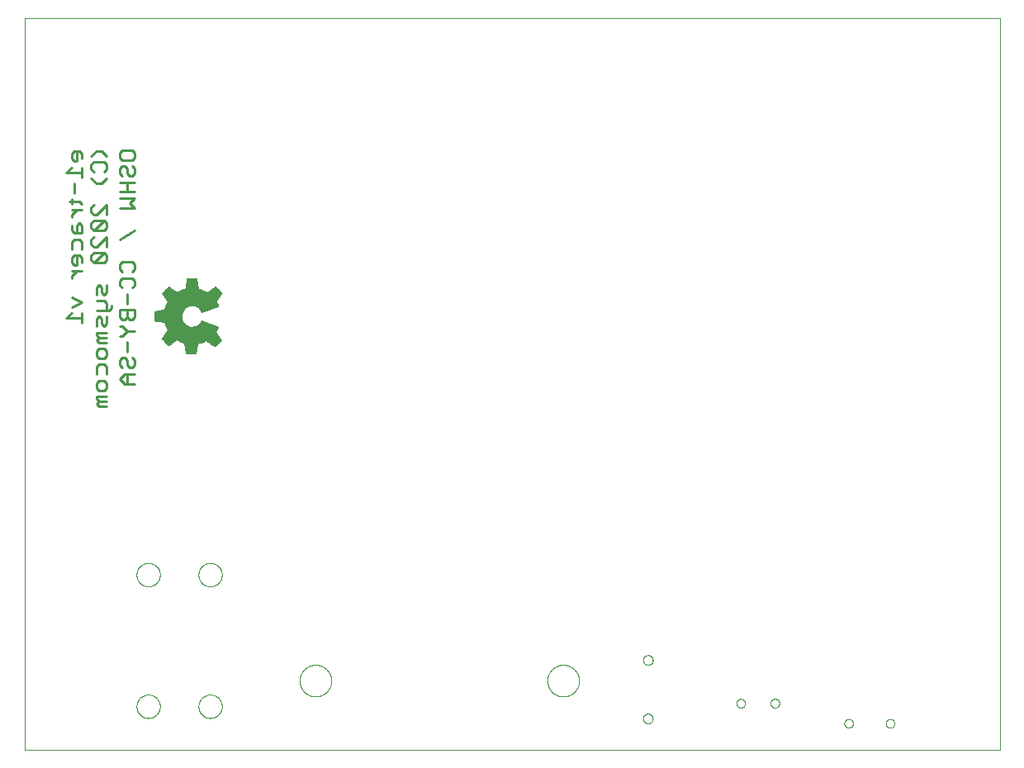
<source format=gbo>
From 0f58fbe67702bc7b8a5238734fe6284ba9c17f15 Mon Sep 17 00:00:00 2001
From: Harald Welte <laforge@osmocom.org>
Date: Fri, 4 Sep 2020 15:43:12 +0200
Subject: migrate to osmo-e1-hardware.git

Change-Id: I910fe21c42a169e198cdd9340032920f0628a583
---
 hardware/e1-tracer/gerber/e1-tracer.gbo | 3054 -------------------------------
 1 file changed, 3054 deletions(-)
 delete mode 100644 hardware/e1-tracer/gerber/e1-tracer.gbo

(limited to 'hardware/e1-tracer/gerber/e1-tracer.gbo')

diff --git a/hardware/e1-tracer/gerber/e1-tracer.gbo b/hardware/e1-tracer/gerber/e1-tracer.gbo
deleted file mode 100644
index 2898bb6..0000000
--- a/hardware/e1-tracer/gerber/e1-tracer.gbo
+++ /dev/null
@@ -1,3054 +0,0 @@
-G75*
-%MOIN*%
-%OFA0B0*%
-%FSLAX25Y25*%
-%IPPOS*%
-%LPD*%
-%AMOC8*
-5,1,8,0,0,1.08239X$1,22.5*
-%
-%ADD10C,0.00000*%
-%ADD11C,0.01000*%
-%ADD12C,0.01100*%
-%ADD13C,0.00200*%
-D10*
-X0004252Y0015829D02*
-X0004252Y0311104D01*
-X0397953Y0311104D01*
-X0397953Y0015829D01*
-X0004252Y0015829D01*
-X0049528Y0033329D02*
-X0049530Y0033466D01*
-X0049536Y0033604D01*
-X0049546Y0033741D01*
-X0049560Y0033877D01*
-X0049578Y0034014D01*
-X0049600Y0034149D01*
-X0049626Y0034284D01*
-X0049655Y0034418D01*
-X0049689Y0034552D01*
-X0049726Y0034684D01*
-X0049768Y0034815D01*
-X0049813Y0034945D01*
-X0049862Y0035073D01*
-X0049914Y0035200D01*
-X0049971Y0035325D01*
-X0050030Y0035449D01*
-X0050094Y0035571D01*
-X0050161Y0035691D01*
-X0050231Y0035809D01*
-X0050305Y0035925D01*
-X0050382Y0036039D01*
-X0050463Y0036150D01*
-X0050546Y0036259D01*
-X0050633Y0036366D01*
-X0050723Y0036469D01*
-X0050816Y0036571D01*
-X0050912Y0036669D01*
-X0051010Y0036765D01*
-X0051112Y0036858D01*
-X0051215Y0036948D01*
-X0051322Y0037035D01*
-X0051431Y0037118D01*
-X0051542Y0037199D01*
-X0051656Y0037276D01*
-X0051772Y0037350D01*
-X0051890Y0037420D01*
-X0052010Y0037487D01*
-X0052132Y0037551D01*
-X0052256Y0037610D01*
-X0052381Y0037667D01*
-X0052508Y0037719D01*
-X0052636Y0037768D01*
-X0052766Y0037813D01*
-X0052897Y0037855D01*
-X0053029Y0037892D01*
-X0053163Y0037926D01*
-X0053297Y0037955D01*
-X0053432Y0037981D01*
-X0053567Y0038003D01*
-X0053704Y0038021D01*
-X0053840Y0038035D01*
-X0053977Y0038045D01*
-X0054115Y0038051D01*
-X0054252Y0038053D01*
-X0054389Y0038051D01*
-X0054527Y0038045D01*
-X0054664Y0038035D01*
-X0054800Y0038021D01*
-X0054937Y0038003D01*
-X0055072Y0037981D01*
-X0055207Y0037955D01*
-X0055341Y0037926D01*
-X0055475Y0037892D01*
-X0055607Y0037855D01*
-X0055738Y0037813D01*
-X0055868Y0037768D01*
-X0055996Y0037719D01*
-X0056123Y0037667D01*
-X0056248Y0037610D01*
-X0056372Y0037551D01*
-X0056494Y0037487D01*
-X0056614Y0037420D01*
-X0056732Y0037350D01*
-X0056848Y0037276D01*
-X0056962Y0037199D01*
-X0057073Y0037118D01*
-X0057182Y0037035D01*
-X0057289Y0036948D01*
-X0057392Y0036858D01*
-X0057494Y0036765D01*
-X0057592Y0036669D01*
-X0057688Y0036571D01*
-X0057781Y0036469D01*
-X0057871Y0036366D01*
-X0057958Y0036259D01*
-X0058041Y0036150D01*
-X0058122Y0036039D01*
-X0058199Y0035925D01*
-X0058273Y0035809D01*
-X0058343Y0035691D01*
-X0058410Y0035571D01*
-X0058474Y0035449D01*
-X0058533Y0035325D01*
-X0058590Y0035200D01*
-X0058642Y0035073D01*
-X0058691Y0034945D01*
-X0058736Y0034815D01*
-X0058778Y0034684D01*
-X0058815Y0034552D01*
-X0058849Y0034418D01*
-X0058878Y0034284D01*
-X0058904Y0034149D01*
-X0058926Y0034014D01*
-X0058944Y0033877D01*
-X0058958Y0033741D01*
-X0058968Y0033604D01*
-X0058974Y0033466D01*
-X0058976Y0033329D01*
-X0058974Y0033192D01*
-X0058968Y0033054D01*
-X0058958Y0032917D01*
-X0058944Y0032781D01*
-X0058926Y0032644D01*
-X0058904Y0032509D01*
-X0058878Y0032374D01*
-X0058849Y0032240D01*
-X0058815Y0032106D01*
-X0058778Y0031974D01*
-X0058736Y0031843D01*
-X0058691Y0031713D01*
-X0058642Y0031585D01*
-X0058590Y0031458D01*
-X0058533Y0031333D01*
-X0058474Y0031209D01*
-X0058410Y0031087D01*
-X0058343Y0030967D01*
-X0058273Y0030849D01*
-X0058199Y0030733D01*
-X0058122Y0030619D01*
-X0058041Y0030508D01*
-X0057958Y0030399D01*
-X0057871Y0030292D01*
-X0057781Y0030189D01*
-X0057688Y0030087D01*
-X0057592Y0029989D01*
-X0057494Y0029893D01*
-X0057392Y0029800D01*
-X0057289Y0029710D01*
-X0057182Y0029623D01*
-X0057073Y0029540D01*
-X0056962Y0029459D01*
-X0056848Y0029382D01*
-X0056732Y0029308D01*
-X0056614Y0029238D01*
-X0056494Y0029171D01*
-X0056372Y0029107D01*
-X0056248Y0029048D01*
-X0056123Y0028991D01*
-X0055996Y0028939D01*
-X0055868Y0028890D01*
-X0055738Y0028845D01*
-X0055607Y0028803D01*
-X0055475Y0028766D01*
-X0055341Y0028732D01*
-X0055207Y0028703D01*
-X0055072Y0028677D01*
-X0054937Y0028655D01*
-X0054800Y0028637D01*
-X0054664Y0028623D01*
-X0054527Y0028613D01*
-X0054389Y0028607D01*
-X0054252Y0028605D01*
-X0054115Y0028607D01*
-X0053977Y0028613D01*
-X0053840Y0028623D01*
-X0053704Y0028637D01*
-X0053567Y0028655D01*
-X0053432Y0028677D01*
-X0053297Y0028703D01*
-X0053163Y0028732D01*
-X0053029Y0028766D01*
-X0052897Y0028803D01*
-X0052766Y0028845D01*
-X0052636Y0028890D01*
-X0052508Y0028939D01*
-X0052381Y0028991D01*
-X0052256Y0029048D01*
-X0052132Y0029107D01*
-X0052010Y0029171D01*
-X0051890Y0029238D01*
-X0051772Y0029308D01*
-X0051656Y0029382D01*
-X0051542Y0029459D01*
-X0051431Y0029540D01*
-X0051322Y0029623D01*
-X0051215Y0029710D01*
-X0051112Y0029800D01*
-X0051010Y0029893D01*
-X0050912Y0029989D01*
-X0050816Y0030087D01*
-X0050723Y0030189D01*
-X0050633Y0030292D01*
-X0050546Y0030399D01*
-X0050463Y0030508D01*
-X0050382Y0030619D01*
-X0050305Y0030733D01*
-X0050231Y0030849D01*
-X0050161Y0030967D01*
-X0050094Y0031087D01*
-X0050030Y0031209D01*
-X0049971Y0031333D01*
-X0049914Y0031458D01*
-X0049862Y0031585D01*
-X0049813Y0031713D01*
-X0049768Y0031843D01*
-X0049726Y0031974D01*
-X0049689Y0032106D01*
-X0049655Y0032240D01*
-X0049626Y0032374D01*
-X0049600Y0032509D01*
-X0049578Y0032644D01*
-X0049560Y0032781D01*
-X0049546Y0032917D01*
-X0049536Y0033054D01*
-X0049530Y0033192D01*
-X0049528Y0033329D01*
-X0074528Y0033329D02*
-X0074530Y0033466D01*
-X0074536Y0033604D01*
-X0074546Y0033741D01*
-X0074560Y0033877D01*
-X0074578Y0034014D01*
-X0074600Y0034149D01*
-X0074626Y0034284D01*
-X0074655Y0034418D01*
-X0074689Y0034552D01*
-X0074726Y0034684D01*
-X0074768Y0034815D01*
-X0074813Y0034945D01*
-X0074862Y0035073D01*
-X0074914Y0035200D01*
-X0074971Y0035325D01*
-X0075030Y0035449D01*
-X0075094Y0035571D01*
-X0075161Y0035691D01*
-X0075231Y0035809D01*
-X0075305Y0035925D01*
-X0075382Y0036039D01*
-X0075463Y0036150D01*
-X0075546Y0036259D01*
-X0075633Y0036366D01*
-X0075723Y0036469D01*
-X0075816Y0036571D01*
-X0075912Y0036669D01*
-X0076010Y0036765D01*
-X0076112Y0036858D01*
-X0076215Y0036948D01*
-X0076322Y0037035D01*
-X0076431Y0037118D01*
-X0076542Y0037199D01*
-X0076656Y0037276D01*
-X0076772Y0037350D01*
-X0076890Y0037420D01*
-X0077010Y0037487D01*
-X0077132Y0037551D01*
-X0077256Y0037610D01*
-X0077381Y0037667D01*
-X0077508Y0037719D01*
-X0077636Y0037768D01*
-X0077766Y0037813D01*
-X0077897Y0037855D01*
-X0078029Y0037892D01*
-X0078163Y0037926D01*
-X0078297Y0037955D01*
-X0078432Y0037981D01*
-X0078567Y0038003D01*
-X0078704Y0038021D01*
-X0078840Y0038035D01*
-X0078977Y0038045D01*
-X0079115Y0038051D01*
-X0079252Y0038053D01*
-X0079389Y0038051D01*
-X0079527Y0038045D01*
-X0079664Y0038035D01*
-X0079800Y0038021D01*
-X0079937Y0038003D01*
-X0080072Y0037981D01*
-X0080207Y0037955D01*
-X0080341Y0037926D01*
-X0080475Y0037892D01*
-X0080607Y0037855D01*
-X0080738Y0037813D01*
-X0080868Y0037768D01*
-X0080996Y0037719D01*
-X0081123Y0037667D01*
-X0081248Y0037610D01*
-X0081372Y0037551D01*
-X0081494Y0037487D01*
-X0081614Y0037420D01*
-X0081732Y0037350D01*
-X0081848Y0037276D01*
-X0081962Y0037199D01*
-X0082073Y0037118D01*
-X0082182Y0037035D01*
-X0082289Y0036948D01*
-X0082392Y0036858D01*
-X0082494Y0036765D01*
-X0082592Y0036669D01*
-X0082688Y0036571D01*
-X0082781Y0036469D01*
-X0082871Y0036366D01*
-X0082958Y0036259D01*
-X0083041Y0036150D01*
-X0083122Y0036039D01*
-X0083199Y0035925D01*
-X0083273Y0035809D01*
-X0083343Y0035691D01*
-X0083410Y0035571D01*
-X0083474Y0035449D01*
-X0083533Y0035325D01*
-X0083590Y0035200D01*
-X0083642Y0035073D01*
-X0083691Y0034945D01*
-X0083736Y0034815D01*
-X0083778Y0034684D01*
-X0083815Y0034552D01*
-X0083849Y0034418D01*
-X0083878Y0034284D01*
-X0083904Y0034149D01*
-X0083926Y0034014D01*
-X0083944Y0033877D01*
-X0083958Y0033741D01*
-X0083968Y0033604D01*
-X0083974Y0033466D01*
-X0083976Y0033329D01*
-X0083974Y0033192D01*
-X0083968Y0033054D01*
-X0083958Y0032917D01*
-X0083944Y0032781D01*
-X0083926Y0032644D01*
-X0083904Y0032509D01*
-X0083878Y0032374D01*
-X0083849Y0032240D01*
-X0083815Y0032106D01*
-X0083778Y0031974D01*
-X0083736Y0031843D01*
-X0083691Y0031713D01*
-X0083642Y0031585D01*
-X0083590Y0031458D01*
-X0083533Y0031333D01*
-X0083474Y0031209D01*
-X0083410Y0031087D01*
-X0083343Y0030967D01*
-X0083273Y0030849D01*
-X0083199Y0030733D01*
-X0083122Y0030619D01*
-X0083041Y0030508D01*
-X0082958Y0030399D01*
-X0082871Y0030292D01*
-X0082781Y0030189D01*
-X0082688Y0030087D01*
-X0082592Y0029989D01*
-X0082494Y0029893D01*
-X0082392Y0029800D01*
-X0082289Y0029710D01*
-X0082182Y0029623D01*
-X0082073Y0029540D01*
-X0081962Y0029459D01*
-X0081848Y0029382D01*
-X0081732Y0029308D01*
-X0081614Y0029238D01*
-X0081494Y0029171D01*
-X0081372Y0029107D01*
-X0081248Y0029048D01*
-X0081123Y0028991D01*
-X0080996Y0028939D01*
-X0080868Y0028890D01*
-X0080738Y0028845D01*
-X0080607Y0028803D01*
-X0080475Y0028766D01*
-X0080341Y0028732D01*
-X0080207Y0028703D01*
-X0080072Y0028677D01*
-X0079937Y0028655D01*
-X0079800Y0028637D01*
-X0079664Y0028623D01*
-X0079527Y0028613D01*
-X0079389Y0028607D01*
-X0079252Y0028605D01*
-X0079115Y0028607D01*
-X0078977Y0028613D01*
-X0078840Y0028623D01*
-X0078704Y0028637D01*
-X0078567Y0028655D01*
-X0078432Y0028677D01*
-X0078297Y0028703D01*
-X0078163Y0028732D01*
-X0078029Y0028766D01*
-X0077897Y0028803D01*
-X0077766Y0028845D01*
-X0077636Y0028890D01*
-X0077508Y0028939D01*
-X0077381Y0028991D01*
-X0077256Y0029048D01*
-X0077132Y0029107D01*
-X0077010Y0029171D01*
-X0076890Y0029238D01*
-X0076772Y0029308D01*
-X0076656Y0029382D01*
-X0076542Y0029459D01*
-X0076431Y0029540D01*
-X0076322Y0029623D01*
-X0076215Y0029710D01*
-X0076112Y0029800D01*
-X0076010Y0029893D01*
-X0075912Y0029989D01*
-X0075816Y0030087D01*
-X0075723Y0030189D01*
-X0075633Y0030292D01*
-X0075546Y0030399D01*
-X0075463Y0030508D01*
-X0075382Y0030619D01*
-X0075305Y0030733D01*
-X0075231Y0030849D01*
-X0075161Y0030967D01*
-X0075094Y0031087D01*
-X0075030Y0031209D01*
-X0074971Y0031333D01*
-X0074914Y0031458D01*
-X0074862Y0031585D01*
-X0074813Y0031713D01*
-X0074768Y0031843D01*
-X0074726Y0031974D01*
-X0074689Y0032106D01*
-X0074655Y0032240D01*
-X0074626Y0032374D01*
-X0074600Y0032509D01*
-X0074578Y0032644D01*
-X0074560Y0032781D01*
-X0074546Y0032917D01*
-X0074536Y0033054D01*
-X0074530Y0033192D01*
-X0074528Y0033329D01*
-X0115352Y0043703D02*
-X0115354Y0043863D01*
-X0115360Y0044022D01*
-X0115370Y0044181D01*
-X0115384Y0044340D01*
-X0115402Y0044499D01*
-X0115423Y0044657D01*
-X0115449Y0044814D01*
-X0115479Y0044971D01*
-X0115512Y0045127D01*
-X0115550Y0045282D01*
-X0115591Y0045436D01*
-X0115636Y0045589D01*
-X0115685Y0045741D01*
-X0115738Y0045892D01*
-X0115794Y0046041D01*
-X0115855Y0046189D01*
-X0115918Y0046335D01*
-X0115986Y0046480D01*
-X0116057Y0046623D01*
-X0116131Y0046764D01*
-X0116209Y0046903D01*
-X0116291Y0047040D01*
-X0116376Y0047175D01*
-X0116464Y0047308D01*
-X0116556Y0047439D01*
-X0116650Y0047567D01*
-X0116748Y0047693D01*
-X0116849Y0047817D01*
-X0116953Y0047938D01*
-X0117060Y0048056D01*
-X0117170Y0048172D01*
-X0117283Y0048285D01*
-X0117399Y0048395D01*
-X0117517Y0048502D01*
-X0117638Y0048606D01*
-X0117762Y0048707D01*
-X0117888Y0048805D01*
-X0118016Y0048899D01*
-X0118147Y0048991D01*
-X0118280Y0049079D01*
-X0118415Y0049164D01*
-X0118552Y0049246D01*
-X0118691Y0049324D01*
-X0118832Y0049398D01*
-X0118975Y0049469D01*
-X0119120Y0049537D01*
-X0119266Y0049600D01*
-X0119414Y0049661D01*
-X0119563Y0049717D01*
-X0119714Y0049770D01*
-X0119866Y0049819D01*
-X0120019Y0049864D01*
-X0120173Y0049905D01*
-X0120328Y0049943D01*
-X0120484Y0049976D01*
-X0120641Y0050006D01*
-X0120798Y0050032D01*
-X0120956Y0050053D01*
-X0121115Y0050071D01*
-X0121274Y0050085D01*
-X0121433Y0050095D01*
-X0121592Y0050101D01*
-X0121752Y0050103D01*
-X0121912Y0050101D01*
-X0122071Y0050095D01*
-X0122230Y0050085D01*
-X0122389Y0050071D01*
-X0122548Y0050053D01*
-X0122706Y0050032D01*
-X0122863Y0050006D01*
-X0123020Y0049976D01*
-X0123176Y0049943D01*
-X0123331Y0049905D01*
-X0123485Y0049864D01*
-X0123638Y0049819D01*
-X0123790Y0049770D01*
-X0123941Y0049717D01*
-X0124090Y0049661D01*
-X0124238Y0049600D01*
-X0124384Y0049537D01*
-X0124529Y0049469D01*
-X0124672Y0049398D01*
-X0124813Y0049324D01*
-X0124952Y0049246D01*
-X0125089Y0049164D01*
-X0125224Y0049079D01*
-X0125357Y0048991D01*
-X0125488Y0048899D01*
-X0125616Y0048805D01*
-X0125742Y0048707D01*
-X0125866Y0048606D01*
-X0125987Y0048502D01*
-X0126105Y0048395D01*
-X0126221Y0048285D01*
-X0126334Y0048172D01*
-X0126444Y0048056D01*
-X0126551Y0047938D01*
-X0126655Y0047817D01*
-X0126756Y0047693D01*
-X0126854Y0047567D01*
-X0126948Y0047439D01*
-X0127040Y0047308D01*
-X0127128Y0047175D01*
-X0127213Y0047040D01*
-X0127295Y0046903D01*
-X0127373Y0046764D01*
-X0127447Y0046623D01*
-X0127518Y0046480D01*
-X0127586Y0046335D01*
-X0127649Y0046189D01*
-X0127710Y0046041D01*
-X0127766Y0045892D01*
-X0127819Y0045741D01*
-X0127868Y0045589D01*
-X0127913Y0045436D01*
-X0127954Y0045282D01*
-X0127992Y0045127D01*
-X0128025Y0044971D01*
-X0128055Y0044814D01*
-X0128081Y0044657D01*
-X0128102Y0044499D01*
-X0128120Y0044340D01*
-X0128134Y0044181D01*
-X0128144Y0044022D01*
-X0128150Y0043863D01*
-X0128152Y0043703D01*
-X0128150Y0043543D01*
-X0128144Y0043384D01*
-X0128134Y0043225D01*
-X0128120Y0043066D01*
-X0128102Y0042907D01*
-X0128081Y0042749D01*
-X0128055Y0042592D01*
-X0128025Y0042435D01*
-X0127992Y0042279D01*
-X0127954Y0042124D01*
-X0127913Y0041970D01*
-X0127868Y0041817D01*
-X0127819Y0041665D01*
-X0127766Y0041514D01*
-X0127710Y0041365D01*
-X0127649Y0041217D01*
-X0127586Y0041071D01*
-X0127518Y0040926D01*
-X0127447Y0040783D01*
-X0127373Y0040642D01*
-X0127295Y0040503D01*
-X0127213Y0040366D01*
-X0127128Y0040231D01*
-X0127040Y0040098D01*
-X0126948Y0039967D01*
-X0126854Y0039839D01*
-X0126756Y0039713D01*
-X0126655Y0039589D01*
-X0126551Y0039468D01*
-X0126444Y0039350D01*
-X0126334Y0039234D01*
-X0126221Y0039121D01*
-X0126105Y0039011D01*
-X0125987Y0038904D01*
-X0125866Y0038800D01*
-X0125742Y0038699D01*
-X0125616Y0038601D01*
-X0125488Y0038507D01*
-X0125357Y0038415D01*
-X0125224Y0038327D01*
-X0125089Y0038242D01*
-X0124952Y0038160D01*
-X0124813Y0038082D01*
-X0124672Y0038008D01*
-X0124529Y0037937D01*
-X0124384Y0037869D01*
-X0124238Y0037806D01*
-X0124090Y0037745D01*
-X0123941Y0037689D01*
-X0123790Y0037636D01*
-X0123638Y0037587D01*
-X0123485Y0037542D01*
-X0123331Y0037501D01*
-X0123176Y0037463D01*
-X0123020Y0037430D01*
-X0122863Y0037400D01*
-X0122706Y0037374D01*
-X0122548Y0037353D01*
-X0122389Y0037335D01*
-X0122230Y0037321D01*
-X0122071Y0037311D01*
-X0121912Y0037305D01*
-X0121752Y0037303D01*
-X0121592Y0037305D01*
-X0121433Y0037311D01*
-X0121274Y0037321D01*
-X0121115Y0037335D01*
-X0120956Y0037353D01*
-X0120798Y0037374D01*
-X0120641Y0037400D01*
-X0120484Y0037430D01*
-X0120328Y0037463D01*
-X0120173Y0037501D01*
-X0120019Y0037542D01*
-X0119866Y0037587D01*
-X0119714Y0037636D01*
-X0119563Y0037689D01*
-X0119414Y0037745D01*
-X0119266Y0037806D01*
-X0119120Y0037869D01*
-X0118975Y0037937D01*
-X0118832Y0038008D01*
-X0118691Y0038082D01*
-X0118552Y0038160D01*
-X0118415Y0038242D01*
-X0118280Y0038327D01*
-X0118147Y0038415D01*
-X0118016Y0038507D01*
-X0117888Y0038601D01*
-X0117762Y0038699D01*
-X0117638Y0038800D01*
-X0117517Y0038904D01*
-X0117399Y0039011D01*
-X0117283Y0039121D01*
-X0117170Y0039234D01*
-X0117060Y0039350D01*
-X0116953Y0039468D01*
-X0116849Y0039589D01*
-X0116748Y0039713D01*
-X0116650Y0039839D01*
-X0116556Y0039967D01*
-X0116464Y0040098D01*
-X0116376Y0040231D01*
-X0116291Y0040366D01*
-X0116209Y0040503D01*
-X0116131Y0040642D01*
-X0116057Y0040783D01*
-X0115986Y0040926D01*
-X0115918Y0041071D01*
-X0115855Y0041217D01*
-X0115794Y0041365D01*
-X0115738Y0041514D01*
-X0115685Y0041665D01*
-X0115636Y0041817D01*
-X0115591Y0041970D01*
-X0115550Y0042124D01*
-X0115512Y0042279D01*
-X0115479Y0042435D01*
-X0115449Y0042592D01*
-X0115423Y0042749D01*
-X0115402Y0042907D01*
-X0115384Y0043066D01*
-X0115370Y0043225D01*
-X0115360Y0043384D01*
-X0115354Y0043543D01*
-X0115352Y0043703D01*
-X0074528Y0086478D02*
-X0074530Y0086615D01*
-X0074536Y0086753D01*
-X0074546Y0086890D01*
-X0074560Y0087026D01*
-X0074578Y0087163D01*
-X0074600Y0087298D01*
-X0074626Y0087433D01*
-X0074655Y0087567D01*
-X0074689Y0087701D01*
-X0074726Y0087833D01*
-X0074768Y0087964D01*
-X0074813Y0088094D01*
-X0074862Y0088222D01*
-X0074914Y0088349D01*
-X0074971Y0088474D01*
-X0075030Y0088598D01*
-X0075094Y0088720D01*
-X0075161Y0088840D01*
-X0075231Y0088958D01*
-X0075305Y0089074D01*
-X0075382Y0089188D01*
-X0075463Y0089299D01*
-X0075546Y0089408D01*
-X0075633Y0089515D01*
-X0075723Y0089618D01*
-X0075816Y0089720D01*
-X0075912Y0089818D01*
-X0076010Y0089914D01*
-X0076112Y0090007D01*
-X0076215Y0090097D01*
-X0076322Y0090184D01*
-X0076431Y0090267D01*
-X0076542Y0090348D01*
-X0076656Y0090425D01*
-X0076772Y0090499D01*
-X0076890Y0090569D01*
-X0077010Y0090636D01*
-X0077132Y0090700D01*
-X0077256Y0090759D01*
-X0077381Y0090816D01*
-X0077508Y0090868D01*
-X0077636Y0090917D01*
-X0077766Y0090962D01*
-X0077897Y0091004D01*
-X0078029Y0091041D01*
-X0078163Y0091075D01*
-X0078297Y0091104D01*
-X0078432Y0091130D01*
-X0078567Y0091152D01*
-X0078704Y0091170D01*
-X0078840Y0091184D01*
-X0078977Y0091194D01*
-X0079115Y0091200D01*
-X0079252Y0091202D01*
-X0079389Y0091200D01*
-X0079527Y0091194D01*
-X0079664Y0091184D01*
-X0079800Y0091170D01*
-X0079937Y0091152D01*
-X0080072Y0091130D01*
-X0080207Y0091104D01*
-X0080341Y0091075D01*
-X0080475Y0091041D01*
-X0080607Y0091004D01*
-X0080738Y0090962D01*
-X0080868Y0090917D01*
-X0080996Y0090868D01*
-X0081123Y0090816D01*
-X0081248Y0090759D01*
-X0081372Y0090700D01*
-X0081494Y0090636D01*
-X0081614Y0090569D01*
-X0081732Y0090499D01*
-X0081848Y0090425D01*
-X0081962Y0090348D01*
-X0082073Y0090267D01*
-X0082182Y0090184D01*
-X0082289Y0090097D01*
-X0082392Y0090007D01*
-X0082494Y0089914D01*
-X0082592Y0089818D01*
-X0082688Y0089720D01*
-X0082781Y0089618D01*
-X0082871Y0089515D01*
-X0082958Y0089408D01*
-X0083041Y0089299D01*
-X0083122Y0089188D01*
-X0083199Y0089074D01*
-X0083273Y0088958D01*
-X0083343Y0088840D01*
-X0083410Y0088720D01*
-X0083474Y0088598D01*
-X0083533Y0088474D01*
-X0083590Y0088349D01*
-X0083642Y0088222D01*
-X0083691Y0088094D01*
-X0083736Y0087964D01*
-X0083778Y0087833D01*
-X0083815Y0087701D01*
-X0083849Y0087567D01*
-X0083878Y0087433D01*
-X0083904Y0087298D01*
-X0083926Y0087163D01*
-X0083944Y0087026D01*
-X0083958Y0086890D01*
-X0083968Y0086753D01*
-X0083974Y0086615D01*
-X0083976Y0086478D01*
-X0083974Y0086341D01*
-X0083968Y0086203D01*
-X0083958Y0086066D01*
-X0083944Y0085930D01*
-X0083926Y0085793D01*
-X0083904Y0085658D01*
-X0083878Y0085523D01*
-X0083849Y0085389D01*
-X0083815Y0085255D01*
-X0083778Y0085123D01*
-X0083736Y0084992D01*
-X0083691Y0084862D01*
-X0083642Y0084734D01*
-X0083590Y0084607D01*
-X0083533Y0084482D01*
-X0083474Y0084358D01*
-X0083410Y0084236D01*
-X0083343Y0084116D01*
-X0083273Y0083998D01*
-X0083199Y0083882D01*
-X0083122Y0083768D01*
-X0083041Y0083657D01*
-X0082958Y0083548D01*
-X0082871Y0083441D01*
-X0082781Y0083338D01*
-X0082688Y0083236D01*
-X0082592Y0083138D01*
-X0082494Y0083042D01*
-X0082392Y0082949D01*
-X0082289Y0082859D01*
-X0082182Y0082772D01*
-X0082073Y0082689D01*
-X0081962Y0082608D01*
-X0081848Y0082531D01*
-X0081732Y0082457D01*
-X0081614Y0082387D01*
-X0081494Y0082320D01*
-X0081372Y0082256D01*
-X0081248Y0082197D01*
-X0081123Y0082140D01*
-X0080996Y0082088D01*
-X0080868Y0082039D01*
-X0080738Y0081994D01*
-X0080607Y0081952D01*
-X0080475Y0081915D01*
-X0080341Y0081881D01*
-X0080207Y0081852D01*
-X0080072Y0081826D01*
-X0079937Y0081804D01*
-X0079800Y0081786D01*
-X0079664Y0081772D01*
-X0079527Y0081762D01*
-X0079389Y0081756D01*
-X0079252Y0081754D01*
-X0079115Y0081756D01*
-X0078977Y0081762D01*
-X0078840Y0081772D01*
-X0078704Y0081786D01*
-X0078567Y0081804D01*
-X0078432Y0081826D01*
-X0078297Y0081852D01*
-X0078163Y0081881D01*
-X0078029Y0081915D01*
-X0077897Y0081952D01*
-X0077766Y0081994D01*
-X0077636Y0082039D01*
-X0077508Y0082088D01*
-X0077381Y0082140D01*
-X0077256Y0082197D01*
-X0077132Y0082256D01*
-X0077010Y0082320D01*
-X0076890Y0082387D01*
-X0076772Y0082457D01*
-X0076656Y0082531D01*
-X0076542Y0082608D01*
-X0076431Y0082689D01*
-X0076322Y0082772D01*
-X0076215Y0082859D01*
-X0076112Y0082949D01*
-X0076010Y0083042D01*
-X0075912Y0083138D01*
-X0075816Y0083236D01*
-X0075723Y0083338D01*
-X0075633Y0083441D01*
-X0075546Y0083548D01*
-X0075463Y0083657D01*
-X0075382Y0083768D01*
-X0075305Y0083882D01*
-X0075231Y0083998D01*
-X0075161Y0084116D01*
-X0075094Y0084236D01*
-X0075030Y0084358D01*
-X0074971Y0084482D01*
-X0074914Y0084607D01*
-X0074862Y0084734D01*
-X0074813Y0084862D01*
-X0074768Y0084992D01*
-X0074726Y0085123D01*
-X0074689Y0085255D01*
-X0074655Y0085389D01*
-X0074626Y0085523D01*
-X0074600Y0085658D01*
-X0074578Y0085793D01*
-X0074560Y0085930D01*
-X0074546Y0086066D01*
-X0074536Y0086203D01*
-X0074530Y0086341D01*
-X0074528Y0086478D01*
-X0049528Y0086478D02*
-X0049530Y0086615D01*
-X0049536Y0086753D01*
-X0049546Y0086890D01*
-X0049560Y0087026D01*
-X0049578Y0087163D01*
-X0049600Y0087298D01*
-X0049626Y0087433D01*
-X0049655Y0087567D01*
-X0049689Y0087701D01*
-X0049726Y0087833D01*
-X0049768Y0087964D01*
-X0049813Y0088094D01*
-X0049862Y0088222D01*
-X0049914Y0088349D01*
-X0049971Y0088474D01*
-X0050030Y0088598D01*
-X0050094Y0088720D01*
-X0050161Y0088840D01*
-X0050231Y0088958D01*
-X0050305Y0089074D01*
-X0050382Y0089188D01*
-X0050463Y0089299D01*
-X0050546Y0089408D01*
-X0050633Y0089515D01*
-X0050723Y0089618D01*
-X0050816Y0089720D01*
-X0050912Y0089818D01*
-X0051010Y0089914D01*
-X0051112Y0090007D01*
-X0051215Y0090097D01*
-X0051322Y0090184D01*
-X0051431Y0090267D01*
-X0051542Y0090348D01*
-X0051656Y0090425D01*
-X0051772Y0090499D01*
-X0051890Y0090569D01*
-X0052010Y0090636D01*
-X0052132Y0090700D01*
-X0052256Y0090759D01*
-X0052381Y0090816D01*
-X0052508Y0090868D01*
-X0052636Y0090917D01*
-X0052766Y0090962D01*
-X0052897Y0091004D01*
-X0053029Y0091041D01*
-X0053163Y0091075D01*
-X0053297Y0091104D01*
-X0053432Y0091130D01*
-X0053567Y0091152D01*
-X0053704Y0091170D01*
-X0053840Y0091184D01*
-X0053977Y0091194D01*
-X0054115Y0091200D01*
-X0054252Y0091202D01*
-X0054389Y0091200D01*
-X0054527Y0091194D01*
-X0054664Y0091184D01*
-X0054800Y0091170D01*
-X0054937Y0091152D01*
-X0055072Y0091130D01*
-X0055207Y0091104D01*
-X0055341Y0091075D01*
-X0055475Y0091041D01*
-X0055607Y0091004D01*
-X0055738Y0090962D01*
-X0055868Y0090917D01*
-X0055996Y0090868D01*
-X0056123Y0090816D01*
-X0056248Y0090759D01*
-X0056372Y0090700D01*
-X0056494Y0090636D01*
-X0056614Y0090569D01*
-X0056732Y0090499D01*
-X0056848Y0090425D01*
-X0056962Y0090348D01*
-X0057073Y0090267D01*
-X0057182Y0090184D01*
-X0057289Y0090097D01*
-X0057392Y0090007D01*
-X0057494Y0089914D01*
-X0057592Y0089818D01*
-X0057688Y0089720D01*
-X0057781Y0089618D01*
-X0057871Y0089515D01*
-X0057958Y0089408D01*
-X0058041Y0089299D01*
-X0058122Y0089188D01*
-X0058199Y0089074D01*
-X0058273Y0088958D01*
-X0058343Y0088840D01*
-X0058410Y0088720D01*
-X0058474Y0088598D01*
-X0058533Y0088474D01*
-X0058590Y0088349D01*
-X0058642Y0088222D01*
-X0058691Y0088094D01*
-X0058736Y0087964D01*
-X0058778Y0087833D01*
-X0058815Y0087701D01*
-X0058849Y0087567D01*
-X0058878Y0087433D01*
-X0058904Y0087298D01*
-X0058926Y0087163D01*
-X0058944Y0087026D01*
-X0058958Y0086890D01*
-X0058968Y0086753D01*
-X0058974Y0086615D01*
-X0058976Y0086478D01*
-X0058974Y0086341D01*
-X0058968Y0086203D01*
-X0058958Y0086066D01*
-X0058944Y0085930D01*
-X0058926Y0085793D01*
-X0058904Y0085658D01*
-X0058878Y0085523D01*
-X0058849Y0085389D01*
-X0058815Y0085255D01*
-X0058778Y0085123D01*
-X0058736Y0084992D01*
-X0058691Y0084862D01*
-X0058642Y0084734D01*
-X0058590Y0084607D01*
-X0058533Y0084482D01*
-X0058474Y0084358D01*
-X0058410Y0084236D01*
-X0058343Y0084116D01*
-X0058273Y0083998D01*
-X0058199Y0083882D01*
-X0058122Y0083768D01*
-X0058041Y0083657D01*
-X0057958Y0083548D01*
-X0057871Y0083441D01*
-X0057781Y0083338D01*
-X0057688Y0083236D01*
-X0057592Y0083138D01*
-X0057494Y0083042D01*
-X0057392Y0082949D01*
-X0057289Y0082859D01*
-X0057182Y0082772D01*
-X0057073Y0082689D01*
-X0056962Y0082608D01*
-X0056848Y0082531D01*
-X0056732Y0082457D01*
-X0056614Y0082387D01*
-X0056494Y0082320D01*
-X0056372Y0082256D01*
-X0056248Y0082197D01*
-X0056123Y0082140D01*
-X0055996Y0082088D01*
-X0055868Y0082039D01*
-X0055738Y0081994D01*
-X0055607Y0081952D01*
-X0055475Y0081915D01*
-X0055341Y0081881D01*
-X0055207Y0081852D01*
-X0055072Y0081826D01*
-X0054937Y0081804D01*
-X0054800Y0081786D01*
-X0054664Y0081772D01*
-X0054527Y0081762D01*
-X0054389Y0081756D01*
-X0054252Y0081754D01*
-X0054115Y0081756D01*
-X0053977Y0081762D01*
-X0053840Y0081772D01*
-X0053704Y0081786D01*
-X0053567Y0081804D01*
-X0053432Y0081826D01*
-X0053297Y0081852D01*
-X0053163Y0081881D01*
-X0053029Y0081915D01*
-X0052897Y0081952D01*
-X0052766Y0081994D01*
-X0052636Y0082039D01*
-X0052508Y0082088D01*
-X0052381Y0082140D01*
-X0052256Y0082197D01*
-X0052132Y0082256D01*
-X0052010Y0082320D01*
-X0051890Y0082387D01*
-X0051772Y0082457D01*
-X0051656Y0082531D01*
-X0051542Y0082608D01*
-X0051431Y0082689D01*
-X0051322Y0082772D01*
-X0051215Y0082859D01*
-X0051112Y0082949D01*
-X0051010Y0083042D01*
-X0050912Y0083138D01*
-X0050816Y0083236D01*
-X0050723Y0083338D01*
-X0050633Y0083441D01*
-X0050546Y0083548D01*
-X0050463Y0083657D01*
-X0050382Y0083768D01*
-X0050305Y0083882D01*
-X0050231Y0083998D01*
-X0050161Y0084116D01*
-X0050094Y0084236D01*
-X0050030Y0084358D01*
-X0049971Y0084482D01*
-X0049914Y0084607D01*
-X0049862Y0084734D01*
-X0049813Y0084862D01*
-X0049768Y0084992D01*
-X0049726Y0085123D01*
-X0049689Y0085255D01*
-X0049655Y0085389D01*
-X0049626Y0085523D01*
-X0049600Y0085658D01*
-X0049578Y0085793D01*
-X0049560Y0085930D01*
-X0049546Y0086066D01*
-X0049536Y0086203D01*
-X0049530Y0086341D01*
-X0049528Y0086478D01*
-X0215352Y0043703D02*
-X0215354Y0043863D01*
-X0215360Y0044022D01*
-X0215370Y0044181D01*
-X0215384Y0044340D01*
-X0215402Y0044499D01*
-X0215423Y0044657D01*
-X0215449Y0044814D01*
-X0215479Y0044971D01*
-X0215512Y0045127D01*
-X0215550Y0045282D01*
-X0215591Y0045436D01*
-X0215636Y0045589D01*
-X0215685Y0045741D01*
-X0215738Y0045892D01*
-X0215794Y0046041D01*
-X0215855Y0046189D01*
-X0215918Y0046335D01*
-X0215986Y0046480D01*
-X0216057Y0046623D01*
-X0216131Y0046764D01*
-X0216209Y0046903D01*
-X0216291Y0047040D01*
-X0216376Y0047175D01*
-X0216464Y0047308D01*
-X0216556Y0047439D01*
-X0216650Y0047567D01*
-X0216748Y0047693D01*
-X0216849Y0047817D01*
-X0216953Y0047938D01*
-X0217060Y0048056D01*
-X0217170Y0048172D01*
-X0217283Y0048285D01*
-X0217399Y0048395D01*
-X0217517Y0048502D01*
-X0217638Y0048606D01*
-X0217762Y0048707D01*
-X0217888Y0048805D01*
-X0218016Y0048899D01*
-X0218147Y0048991D01*
-X0218280Y0049079D01*
-X0218415Y0049164D01*
-X0218552Y0049246D01*
-X0218691Y0049324D01*
-X0218832Y0049398D01*
-X0218975Y0049469D01*
-X0219120Y0049537D01*
-X0219266Y0049600D01*
-X0219414Y0049661D01*
-X0219563Y0049717D01*
-X0219714Y0049770D01*
-X0219866Y0049819D01*
-X0220019Y0049864D01*
-X0220173Y0049905D01*
-X0220328Y0049943D01*
-X0220484Y0049976D01*
-X0220641Y0050006D01*
-X0220798Y0050032D01*
-X0220956Y0050053D01*
-X0221115Y0050071D01*
-X0221274Y0050085D01*
-X0221433Y0050095D01*
-X0221592Y0050101D01*
-X0221752Y0050103D01*
-X0221912Y0050101D01*
-X0222071Y0050095D01*
-X0222230Y0050085D01*
-X0222389Y0050071D01*
-X0222548Y0050053D01*
-X0222706Y0050032D01*
-X0222863Y0050006D01*
-X0223020Y0049976D01*
-X0223176Y0049943D01*
-X0223331Y0049905D01*
-X0223485Y0049864D01*
-X0223638Y0049819D01*
-X0223790Y0049770D01*
-X0223941Y0049717D01*
-X0224090Y0049661D01*
-X0224238Y0049600D01*
-X0224384Y0049537D01*
-X0224529Y0049469D01*
-X0224672Y0049398D01*
-X0224813Y0049324D01*
-X0224952Y0049246D01*
-X0225089Y0049164D01*
-X0225224Y0049079D01*
-X0225357Y0048991D01*
-X0225488Y0048899D01*
-X0225616Y0048805D01*
-X0225742Y0048707D01*
-X0225866Y0048606D01*
-X0225987Y0048502D01*
-X0226105Y0048395D01*
-X0226221Y0048285D01*
-X0226334Y0048172D01*
-X0226444Y0048056D01*
-X0226551Y0047938D01*
-X0226655Y0047817D01*
-X0226756Y0047693D01*
-X0226854Y0047567D01*
-X0226948Y0047439D01*
-X0227040Y0047308D01*
-X0227128Y0047175D01*
-X0227213Y0047040D01*
-X0227295Y0046903D01*
-X0227373Y0046764D01*
-X0227447Y0046623D01*
-X0227518Y0046480D01*
-X0227586Y0046335D01*
-X0227649Y0046189D01*
-X0227710Y0046041D01*
-X0227766Y0045892D01*
-X0227819Y0045741D01*
-X0227868Y0045589D01*
-X0227913Y0045436D01*
-X0227954Y0045282D01*
-X0227992Y0045127D01*
-X0228025Y0044971D01*
-X0228055Y0044814D01*
-X0228081Y0044657D01*
-X0228102Y0044499D01*
-X0228120Y0044340D01*
-X0228134Y0044181D01*
-X0228144Y0044022D01*
-X0228150Y0043863D01*
-X0228152Y0043703D01*
-X0228150Y0043543D01*
-X0228144Y0043384D01*
-X0228134Y0043225D01*
-X0228120Y0043066D01*
-X0228102Y0042907D01*
-X0228081Y0042749D01*
-X0228055Y0042592D01*
-X0228025Y0042435D01*
-X0227992Y0042279D01*
-X0227954Y0042124D01*
-X0227913Y0041970D01*
-X0227868Y0041817D01*
-X0227819Y0041665D01*
-X0227766Y0041514D01*
-X0227710Y0041365D01*
-X0227649Y0041217D01*
-X0227586Y0041071D01*
-X0227518Y0040926D01*
-X0227447Y0040783D01*
-X0227373Y0040642D01*
-X0227295Y0040503D01*
-X0227213Y0040366D01*
-X0227128Y0040231D01*
-X0227040Y0040098D01*
-X0226948Y0039967D01*
-X0226854Y0039839D01*
-X0226756Y0039713D01*
-X0226655Y0039589D01*
-X0226551Y0039468D01*
-X0226444Y0039350D01*
-X0226334Y0039234D01*
-X0226221Y0039121D01*
-X0226105Y0039011D01*
-X0225987Y0038904D01*
-X0225866Y0038800D01*
-X0225742Y0038699D01*
-X0225616Y0038601D01*
-X0225488Y0038507D01*
-X0225357Y0038415D01*
-X0225224Y0038327D01*
-X0225089Y0038242D01*
-X0224952Y0038160D01*
-X0224813Y0038082D01*
-X0224672Y0038008D01*
-X0224529Y0037937D01*
-X0224384Y0037869D01*
-X0224238Y0037806D01*
-X0224090Y0037745D01*
-X0223941Y0037689D01*
-X0223790Y0037636D01*
-X0223638Y0037587D01*
-X0223485Y0037542D01*
-X0223331Y0037501D01*
-X0223176Y0037463D01*
-X0223020Y0037430D01*
-X0222863Y0037400D01*
-X0222706Y0037374D01*
-X0222548Y0037353D01*
-X0222389Y0037335D01*
-X0222230Y0037321D01*
-X0222071Y0037311D01*
-X0221912Y0037305D01*
-X0221752Y0037303D01*
-X0221592Y0037305D01*
-X0221433Y0037311D01*
-X0221274Y0037321D01*
-X0221115Y0037335D01*
-X0220956Y0037353D01*
-X0220798Y0037374D01*
-X0220641Y0037400D01*
-X0220484Y0037430D01*
-X0220328Y0037463D01*
-X0220173Y0037501D01*
-X0220019Y0037542D01*
-X0219866Y0037587D01*
-X0219714Y0037636D01*
-X0219563Y0037689D01*
-X0219414Y0037745D01*
-X0219266Y0037806D01*
-X0219120Y0037869D01*
-X0218975Y0037937D01*
-X0218832Y0038008D01*
-X0218691Y0038082D01*
-X0218552Y0038160D01*
-X0218415Y0038242D01*
-X0218280Y0038327D01*
-X0218147Y0038415D01*
-X0218016Y0038507D01*
-X0217888Y0038601D01*
-X0217762Y0038699D01*
-X0217638Y0038800D01*
-X0217517Y0038904D01*
-X0217399Y0039011D01*
-X0217283Y0039121D01*
-X0217170Y0039234D01*
-X0217060Y0039350D01*
-X0216953Y0039468D01*
-X0216849Y0039589D01*
-X0216748Y0039713D01*
-X0216650Y0039839D01*
-X0216556Y0039967D01*
-X0216464Y0040098D01*
-X0216376Y0040231D01*
-X0216291Y0040366D01*
-X0216209Y0040503D01*
-X0216131Y0040642D01*
-X0216057Y0040783D01*
-X0215986Y0040926D01*
-X0215918Y0041071D01*
-X0215855Y0041217D01*
-X0215794Y0041365D01*
-X0215738Y0041514D01*
-X0215685Y0041665D01*
-X0215636Y0041817D01*
-X0215591Y0041970D01*
-X0215550Y0042124D01*
-X0215512Y0042279D01*
-X0215479Y0042435D01*
-X0215449Y0042592D01*
-X0215423Y0042749D01*
-X0215402Y0042907D01*
-X0215384Y0043066D01*
-X0215370Y0043225D01*
-X0215360Y0043384D01*
-X0215354Y0043543D01*
-X0215352Y0043703D01*
-X0253971Y0052014D02*
-X0253973Y0052102D01*
-X0253979Y0052190D01*
-X0253989Y0052278D01*
-X0254003Y0052366D01*
-X0254020Y0052452D01*
-X0254042Y0052538D01*
-X0254067Y0052622D01*
-X0254097Y0052706D01*
-X0254129Y0052788D01*
-X0254166Y0052868D01*
-X0254206Y0052947D01*
-X0254250Y0053024D01*
-X0254297Y0053099D01*
-X0254347Y0053171D01*
-X0254401Y0053242D01*
-X0254457Y0053309D01*
-X0254517Y0053375D01*
-X0254579Y0053437D01*
-X0254645Y0053497D01*
-X0254712Y0053553D01*
-X0254783Y0053607D01*
-X0254855Y0053657D01*
-X0254930Y0053704D01*
-X0255007Y0053748D01*
-X0255086Y0053788D01*
-X0255166Y0053825D01*
-X0255248Y0053857D01*
-X0255332Y0053887D01*
-X0255416Y0053912D01*
-X0255502Y0053934D01*
-X0255588Y0053951D01*
-X0255676Y0053965D01*
-X0255764Y0053975D01*
-X0255852Y0053981D01*
-X0255940Y0053983D01*
-X0256028Y0053981D01*
-X0256116Y0053975D01*
-X0256204Y0053965D01*
-X0256292Y0053951D01*
-X0256378Y0053934D01*
-X0256464Y0053912D01*
-X0256548Y0053887D01*
-X0256632Y0053857D01*
-X0256714Y0053825D01*
-X0256794Y0053788D01*
-X0256873Y0053748D01*
-X0256950Y0053704D01*
-X0257025Y0053657D01*
-X0257097Y0053607D01*
-X0257168Y0053553D01*
-X0257235Y0053497D01*
-X0257301Y0053437D01*
-X0257363Y0053375D01*
-X0257423Y0053309D01*
-X0257479Y0053242D01*
-X0257533Y0053171D01*
-X0257583Y0053099D01*
-X0257630Y0053024D01*
-X0257674Y0052947D01*
-X0257714Y0052868D01*
-X0257751Y0052788D01*
-X0257783Y0052706D01*
-X0257813Y0052622D01*
-X0257838Y0052538D01*
-X0257860Y0052452D01*
-X0257877Y0052366D01*
-X0257891Y0052278D01*
-X0257901Y0052190D01*
-X0257907Y0052102D01*
-X0257909Y0052014D01*
-X0257907Y0051926D01*
-X0257901Y0051838D01*
-X0257891Y0051750D01*
-X0257877Y0051662D01*
-X0257860Y0051576D01*
-X0257838Y0051490D01*
-X0257813Y0051406D01*
-X0257783Y0051322D01*
-X0257751Y0051240D01*
-X0257714Y0051160D01*
-X0257674Y0051081D01*
-X0257630Y0051004D01*
-X0257583Y0050929D01*
-X0257533Y0050857D01*
-X0257479Y0050786D01*
-X0257423Y0050719D01*
-X0257363Y0050653D01*
-X0257301Y0050591D01*
-X0257235Y0050531D01*
-X0257168Y0050475D01*
-X0257097Y0050421D01*
-X0257025Y0050371D01*
-X0256950Y0050324D01*
-X0256873Y0050280D01*
-X0256794Y0050240D01*
-X0256714Y0050203D01*
-X0256632Y0050171D01*
-X0256548Y0050141D01*
-X0256464Y0050116D01*
-X0256378Y0050094D01*
-X0256292Y0050077D01*
-X0256204Y0050063D01*
-X0256116Y0050053D01*
-X0256028Y0050047D01*
-X0255940Y0050045D01*
-X0255852Y0050047D01*
-X0255764Y0050053D01*
-X0255676Y0050063D01*
-X0255588Y0050077D01*
-X0255502Y0050094D01*
-X0255416Y0050116D01*
-X0255332Y0050141D01*
-X0255248Y0050171D01*
-X0255166Y0050203D01*
-X0255086Y0050240D01*
-X0255007Y0050280D01*
-X0254930Y0050324D01*
-X0254855Y0050371D01*
-X0254783Y0050421D01*
-X0254712Y0050475D01*
-X0254645Y0050531D01*
-X0254579Y0050591D01*
-X0254517Y0050653D01*
-X0254457Y0050719D01*
-X0254401Y0050786D01*
-X0254347Y0050857D01*
-X0254297Y0050929D01*
-X0254250Y0051004D01*
-X0254206Y0051081D01*
-X0254166Y0051160D01*
-X0254129Y0051240D01*
-X0254097Y0051322D01*
-X0254067Y0051406D01*
-X0254042Y0051490D01*
-X0254020Y0051576D01*
-X0254003Y0051662D01*
-X0253989Y0051750D01*
-X0253979Y0051838D01*
-X0253973Y0051926D01*
-X0253971Y0052014D01*
-X0253971Y0028394D02*
-X0253973Y0028482D01*
-X0253979Y0028570D01*
-X0253989Y0028658D01*
-X0254003Y0028746D01*
-X0254020Y0028832D01*
-X0254042Y0028918D01*
-X0254067Y0029002D01*
-X0254097Y0029086D01*
-X0254129Y0029168D01*
-X0254166Y0029248D01*
-X0254206Y0029327D01*
-X0254250Y0029404D01*
-X0254297Y0029479D01*
-X0254347Y0029551D01*
-X0254401Y0029622D01*
-X0254457Y0029689D01*
-X0254517Y0029755D01*
-X0254579Y0029817D01*
-X0254645Y0029877D01*
-X0254712Y0029933D01*
-X0254783Y0029987D01*
-X0254855Y0030037D01*
-X0254930Y0030084D01*
-X0255007Y0030128D01*
-X0255086Y0030168D01*
-X0255166Y0030205D01*
-X0255248Y0030237D01*
-X0255332Y0030267D01*
-X0255416Y0030292D01*
-X0255502Y0030314D01*
-X0255588Y0030331D01*
-X0255676Y0030345D01*
-X0255764Y0030355D01*
-X0255852Y0030361D01*
-X0255940Y0030363D01*
-X0256028Y0030361D01*
-X0256116Y0030355D01*
-X0256204Y0030345D01*
-X0256292Y0030331D01*
-X0256378Y0030314D01*
-X0256464Y0030292D01*
-X0256548Y0030267D01*
-X0256632Y0030237D01*
-X0256714Y0030205D01*
-X0256794Y0030168D01*
-X0256873Y0030128D01*
-X0256950Y0030084D01*
-X0257025Y0030037D01*
-X0257097Y0029987D01*
-X0257168Y0029933D01*
-X0257235Y0029877D01*
-X0257301Y0029817D01*
-X0257363Y0029755D01*
-X0257423Y0029689D01*
-X0257479Y0029622D01*
-X0257533Y0029551D01*
-X0257583Y0029479D01*
-X0257630Y0029404D01*
-X0257674Y0029327D01*
-X0257714Y0029248D01*
-X0257751Y0029168D01*
-X0257783Y0029086D01*
-X0257813Y0029002D01*
-X0257838Y0028918D01*
-X0257860Y0028832D01*
-X0257877Y0028746D01*
-X0257891Y0028658D01*
-X0257901Y0028570D01*
-X0257907Y0028482D01*
-X0257909Y0028394D01*
-X0257907Y0028306D01*
-X0257901Y0028218D01*
-X0257891Y0028130D01*
-X0257877Y0028042D01*
-X0257860Y0027956D01*
-X0257838Y0027870D01*
-X0257813Y0027786D01*
-X0257783Y0027702D01*
-X0257751Y0027620D01*
-X0257714Y0027540D01*
-X0257674Y0027461D01*
-X0257630Y0027384D01*
-X0257583Y0027309D01*
-X0257533Y0027237D01*
-X0257479Y0027166D01*
-X0257423Y0027099D01*
-X0257363Y0027033D01*
-X0257301Y0026971D01*
-X0257235Y0026911D01*
-X0257168Y0026855D01*
-X0257097Y0026801D01*
-X0257025Y0026751D01*
-X0256950Y0026704D01*
-X0256873Y0026660D01*
-X0256794Y0026620D01*
-X0256714Y0026583D01*
-X0256632Y0026551D01*
-X0256548Y0026521D01*
-X0256464Y0026496D01*
-X0256378Y0026474D01*
-X0256292Y0026457D01*
-X0256204Y0026443D01*
-X0256116Y0026433D01*
-X0256028Y0026427D01*
-X0255940Y0026425D01*
-X0255852Y0026427D01*
-X0255764Y0026433D01*
-X0255676Y0026443D01*
-X0255588Y0026457D01*
-X0255502Y0026474D01*
-X0255416Y0026496D01*
-X0255332Y0026521D01*
-X0255248Y0026551D01*
-X0255166Y0026583D01*
-X0255086Y0026620D01*
-X0255007Y0026660D01*
-X0254930Y0026704D01*
-X0254855Y0026751D01*
-X0254783Y0026801D01*
-X0254712Y0026855D01*
-X0254645Y0026911D01*
-X0254579Y0026971D01*
-X0254517Y0027033D01*
-X0254457Y0027099D01*
-X0254401Y0027166D01*
-X0254347Y0027237D01*
-X0254297Y0027309D01*
-X0254250Y0027384D01*
-X0254206Y0027461D01*
-X0254166Y0027540D01*
-X0254129Y0027620D01*
-X0254097Y0027702D01*
-X0254067Y0027786D01*
-X0254042Y0027870D01*
-X0254020Y0027956D01*
-X0254003Y0028042D01*
-X0253989Y0028130D01*
-X0253979Y0028218D01*
-X0253973Y0028306D01*
-X0253971Y0028394D01*
-X0291654Y0034579D02*
-X0291656Y0034663D01*
-X0291662Y0034746D01*
-X0291672Y0034829D01*
-X0291686Y0034912D01*
-X0291703Y0034994D01*
-X0291725Y0035075D01*
-X0291750Y0035154D01*
-X0291779Y0035233D01*
-X0291812Y0035310D01*
-X0291848Y0035385D01*
-X0291888Y0035459D01*
-X0291931Y0035531D01*
-X0291978Y0035600D01*
-X0292028Y0035667D01*
-X0292081Y0035732D01*
-X0292137Y0035794D01*
-X0292195Y0035854D01*
-X0292257Y0035911D01*
-X0292321Y0035964D01*
-X0292388Y0036015D01*
-X0292457Y0036062D01*
-X0292528Y0036107D01*
-X0292601Y0036147D01*
-X0292676Y0036184D01*
-X0292753Y0036218D01*
-X0292831Y0036248D01*
-X0292910Y0036274D01*
-X0292991Y0036297D01*
-X0293073Y0036315D01*
-X0293155Y0036330D01*
-X0293238Y0036341D01*
-X0293321Y0036348D01*
-X0293405Y0036351D01*
-X0293489Y0036350D01*
-X0293572Y0036345D01*
-X0293656Y0036336D01*
-X0293738Y0036323D01*
-X0293820Y0036307D01*
-X0293901Y0036286D01*
-X0293982Y0036262D01*
-X0294060Y0036234D01*
-X0294138Y0036202D01*
-X0294214Y0036166D01*
-X0294288Y0036127D01*
-X0294360Y0036085D01*
-X0294430Y0036039D01*
-X0294498Y0035990D01*
-X0294563Y0035938D01*
-X0294626Y0035883D01*
-X0294686Y0035825D01*
-X0294744Y0035764D01*
-X0294798Y0035700D01*
-X0294850Y0035634D01*
-X0294898Y0035566D01*
-X0294943Y0035495D01*
-X0294984Y0035422D01*
-X0295023Y0035348D01*
-X0295057Y0035272D01*
-X0295088Y0035194D01*
-X0295115Y0035115D01*
-X0295139Y0035034D01*
-X0295158Y0034953D01*
-X0295174Y0034871D01*
-X0295186Y0034788D01*
-X0295194Y0034704D01*
-X0295198Y0034621D01*
-X0295198Y0034537D01*
-X0295194Y0034454D01*
-X0295186Y0034370D01*
-X0295174Y0034287D01*
-X0295158Y0034205D01*
-X0295139Y0034124D01*
-X0295115Y0034043D01*
-X0295088Y0033964D01*
-X0295057Y0033886D01*
-X0295023Y0033810D01*
-X0294984Y0033736D01*
-X0294943Y0033663D01*
-X0294898Y0033592D01*
-X0294850Y0033524D01*
-X0294798Y0033458D01*
-X0294744Y0033394D01*
-X0294686Y0033333D01*
-X0294626Y0033275D01*
-X0294563Y0033220D01*
-X0294498Y0033168D01*
-X0294430Y0033119D01*
-X0294360Y0033073D01*
-X0294288Y0033031D01*
-X0294214Y0032992D01*
-X0294138Y0032956D01*
-X0294060Y0032924D01*
-X0293982Y0032896D01*
-X0293901Y0032872D01*
-X0293820Y0032851D01*
-X0293738Y0032835D01*
-X0293656Y0032822D01*
-X0293572Y0032813D01*
-X0293489Y0032808D01*
-X0293405Y0032807D01*
-X0293321Y0032810D01*
-X0293238Y0032817D01*
-X0293155Y0032828D01*
-X0293073Y0032843D01*
-X0292991Y0032861D01*
-X0292910Y0032884D01*
-X0292831Y0032910D01*
-X0292753Y0032940D01*
-X0292676Y0032974D01*
-X0292601Y0033011D01*
-X0292528Y0033051D01*
-X0292457Y0033096D01*
-X0292388Y0033143D01*
-X0292321Y0033194D01*
-X0292257Y0033247D01*
-X0292195Y0033304D01*
-X0292137Y0033364D01*
-X0292081Y0033426D01*
-X0292028Y0033491D01*
-X0291978Y0033558D01*
-X0291931Y0033627D01*
-X0291888Y0033699D01*
-X0291848Y0033773D01*
-X0291812Y0033848D01*
-X0291779Y0033925D01*
-X0291750Y0034004D01*
-X0291725Y0034083D01*
-X0291703Y0034164D01*
-X0291686Y0034246D01*
-X0291672Y0034329D01*
-X0291662Y0034412D01*
-X0291656Y0034495D01*
-X0291654Y0034579D01*
-X0305433Y0034579D02*
-X0305435Y0034663D01*
-X0305441Y0034746D01*
-X0305451Y0034829D01*
-X0305465Y0034912D01*
-X0305482Y0034994D01*
-X0305504Y0035075D01*
-X0305529Y0035154D01*
-X0305558Y0035233D01*
-X0305591Y0035310D01*
-X0305627Y0035385D01*
-X0305667Y0035459D01*
-X0305710Y0035531D01*
-X0305757Y0035600D01*
-X0305807Y0035667D01*
-X0305860Y0035732D01*
-X0305916Y0035794D01*
-X0305974Y0035854D01*
-X0306036Y0035911D01*
-X0306100Y0035964D01*
-X0306167Y0036015D01*
-X0306236Y0036062D01*
-X0306307Y0036107D01*
-X0306380Y0036147D01*
-X0306455Y0036184D01*
-X0306532Y0036218D01*
-X0306610Y0036248D01*
-X0306689Y0036274D01*
-X0306770Y0036297D01*
-X0306852Y0036315D01*
-X0306934Y0036330D01*
-X0307017Y0036341D01*
-X0307100Y0036348D01*
-X0307184Y0036351D01*
-X0307268Y0036350D01*
-X0307351Y0036345D01*
-X0307435Y0036336D01*
-X0307517Y0036323D01*
-X0307599Y0036307D01*
-X0307680Y0036286D01*
-X0307761Y0036262D01*
-X0307839Y0036234D01*
-X0307917Y0036202D01*
-X0307993Y0036166D01*
-X0308067Y0036127D01*
-X0308139Y0036085D01*
-X0308209Y0036039D01*
-X0308277Y0035990D01*
-X0308342Y0035938D01*
-X0308405Y0035883D01*
-X0308465Y0035825D01*
-X0308523Y0035764D01*
-X0308577Y0035700D01*
-X0308629Y0035634D01*
-X0308677Y0035566D01*
-X0308722Y0035495D01*
-X0308763Y0035422D01*
-X0308802Y0035348D01*
-X0308836Y0035272D01*
-X0308867Y0035194D01*
-X0308894Y0035115D01*
-X0308918Y0035034D01*
-X0308937Y0034953D01*
-X0308953Y0034871D01*
-X0308965Y0034788D01*
-X0308973Y0034704D01*
-X0308977Y0034621D01*
-X0308977Y0034537D01*
-X0308973Y0034454D01*
-X0308965Y0034370D01*
-X0308953Y0034287D01*
-X0308937Y0034205D01*
-X0308918Y0034124D01*
-X0308894Y0034043D01*
-X0308867Y0033964D01*
-X0308836Y0033886D01*
-X0308802Y0033810D01*
-X0308763Y0033736D01*
-X0308722Y0033663D01*
-X0308677Y0033592D01*
-X0308629Y0033524D01*
-X0308577Y0033458D01*
-X0308523Y0033394D01*
-X0308465Y0033333D01*
-X0308405Y0033275D01*
-X0308342Y0033220D01*
-X0308277Y0033168D01*
-X0308209Y0033119D01*
-X0308139Y0033073D01*
-X0308067Y0033031D01*
-X0307993Y0032992D01*
-X0307917Y0032956D01*
-X0307839Y0032924D01*
-X0307761Y0032896D01*
-X0307680Y0032872D01*
-X0307599Y0032851D01*
-X0307517Y0032835D01*
-X0307435Y0032822D01*
-X0307351Y0032813D01*
-X0307268Y0032808D01*
-X0307184Y0032807D01*
-X0307100Y0032810D01*
-X0307017Y0032817D01*
-X0306934Y0032828D01*
-X0306852Y0032843D01*
-X0306770Y0032861D01*
-X0306689Y0032884D01*
-X0306610Y0032910D01*
-X0306532Y0032940D01*
-X0306455Y0032974D01*
-X0306380Y0033011D01*
-X0306307Y0033051D01*
-X0306236Y0033096D01*
-X0306167Y0033143D01*
-X0306100Y0033194D01*
-X0306036Y0033247D01*
-X0305974Y0033304D01*
-X0305916Y0033364D01*
-X0305860Y0033426D01*
-X0305807Y0033491D01*
-X0305757Y0033558D01*
-X0305710Y0033627D01*
-X0305667Y0033699D01*
-X0305627Y0033773D01*
-X0305591Y0033848D01*
-X0305558Y0033925D01*
-X0305529Y0034004D01*
-X0305504Y0034083D01*
-X0305482Y0034164D01*
-X0305465Y0034246D01*
-X0305451Y0034329D01*
-X0305441Y0034412D01*
-X0305435Y0034495D01*
-X0305433Y0034579D01*
-X0335177Y0026454D02*
-X0335179Y0026538D01*
-X0335185Y0026621D01*
-X0335195Y0026704D01*
-X0335209Y0026787D01*
-X0335226Y0026869D01*
-X0335248Y0026950D01*
-X0335273Y0027029D01*
-X0335302Y0027108D01*
-X0335335Y0027185D01*
-X0335371Y0027260D01*
-X0335411Y0027334D01*
-X0335454Y0027406D01*
-X0335501Y0027475D01*
-X0335551Y0027542D01*
-X0335604Y0027607D01*
-X0335660Y0027669D01*
-X0335718Y0027729D01*
-X0335780Y0027786D01*
-X0335844Y0027839D01*
-X0335911Y0027890D01*
-X0335980Y0027937D01*
-X0336051Y0027982D01*
-X0336124Y0028022D01*
-X0336199Y0028059D01*
-X0336276Y0028093D01*
-X0336354Y0028123D01*
-X0336433Y0028149D01*
-X0336514Y0028172D01*
-X0336596Y0028190D01*
-X0336678Y0028205D01*
-X0336761Y0028216D01*
-X0336844Y0028223D01*
-X0336928Y0028226D01*
-X0337012Y0028225D01*
-X0337095Y0028220D01*
-X0337179Y0028211D01*
-X0337261Y0028198D01*
-X0337343Y0028182D01*
-X0337424Y0028161D01*
-X0337505Y0028137D01*
-X0337583Y0028109D01*
-X0337661Y0028077D01*
-X0337737Y0028041D01*
-X0337811Y0028002D01*
-X0337883Y0027960D01*
-X0337953Y0027914D01*
-X0338021Y0027865D01*
-X0338086Y0027813D01*
-X0338149Y0027758D01*
-X0338209Y0027700D01*
-X0338267Y0027639D01*
-X0338321Y0027575D01*
-X0338373Y0027509D01*
-X0338421Y0027441D01*
-X0338466Y0027370D01*
-X0338507Y0027297D01*
-X0338546Y0027223D01*
-X0338580Y0027147D01*
-X0338611Y0027069D01*
-X0338638Y0026990D01*
-X0338662Y0026909D01*
-X0338681Y0026828D01*
-X0338697Y0026746D01*
-X0338709Y0026663D01*
-X0338717Y0026579D01*
-X0338721Y0026496D01*
-X0338721Y0026412D01*
-X0338717Y0026329D01*
-X0338709Y0026245D01*
-X0338697Y0026162D01*
-X0338681Y0026080D01*
-X0338662Y0025999D01*
-X0338638Y0025918D01*
-X0338611Y0025839D01*
-X0338580Y0025761D01*
-X0338546Y0025685D01*
-X0338507Y0025611D01*
-X0338466Y0025538D01*
-X0338421Y0025467D01*
-X0338373Y0025399D01*
-X0338321Y0025333D01*
-X0338267Y0025269D01*
-X0338209Y0025208D01*
-X0338149Y0025150D01*
-X0338086Y0025095D01*
-X0338021Y0025043D01*
-X0337953Y0024994D01*
-X0337883Y0024948D01*
-X0337811Y0024906D01*
-X0337737Y0024867D01*
-X0337661Y0024831D01*
-X0337583Y0024799D01*
-X0337505Y0024771D01*
-X0337424Y0024747D01*
-X0337343Y0024726D01*
-X0337261Y0024710D01*
-X0337179Y0024697D01*
-X0337095Y0024688D01*
-X0337012Y0024683D01*
-X0336928Y0024682D01*
-X0336844Y0024685D01*
-X0336761Y0024692D01*
-X0336678Y0024703D01*
-X0336596Y0024718D01*
-X0336514Y0024736D01*
-X0336433Y0024759D01*
-X0336354Y0024785D01*
-X0336276Y0024815D01*
-X0336199Y0024849D01*
-X0336124Y0024886D01*
-X0336051Y0024926D01*
-X0335980Y0024971D01*
-X0335911Y0025018D01*
-X0335844Y0025069D01*
-X0335780Y0025122D01*
-X0335718Y0025179D01*
-X0335660Y0025239D01*
-X0335604Y0025301D01*
-X0335551Y0025366D01*
-X0335501Y0025433D01*
-X0335454Y0025502D01*
-X0335411Y0025574D01*
-X0335371Y0025648D01*
-X0335335Y0025723D01*
-X0335302Y0025800D01*
-X0335273Y0025879D01*
-X0335248Y0025958D01*
-X0335226Y0026039D01*
-X0335209Y0026121D01*
-X0335195Y0026204D01*
-X0335185Y0026287D01*
-X0335179Y0026370D01*
-X0335177Y0026454D01*
-X0351909Y0026454D02*
-X0351911Y0026538D01*
-X0351917Y0026621D01*
-X0351927Y0026704D01*
-X0351941Y0026787D01*
-X0351958Y0026869D01*
-X0351980Y0026950D01*
-X0352005Y0027029D01*
-X0352034Y0027108D01*
-X0352067Y0027185D01*
-X0352103Y0027260D01*
-X0352143Y0027334D01*
-X0352186Y0027406D01*
-X0352233Y0027475D01*
-X0352283Y0027542D01*
-X0352336Y0027607D01*
-X0352392Y0027669D01*
-X0352450Y0027729D01*
-X0352512Y0027786D01*
-X0352576Y0027839D01*
-X0352643Y0027890D01*
-X0352712Y0027937D01*
-X0352783Y0027982D01*
-X0352856Y0028022D01*
-X0352931Y0028059D01*
-X0353008Y0028093D01*
-X0353086Y0028123D01*
-X0353165Y0028149D01*
-X0353246Y0028172D01*
-X0353328Y0028190D01*
-X0353410Y0028205D01*
-X0353493Y0028216D01*
-X0353576Y0028223D01*
-X0353660Y0028226D01*
-X0353744Y0028225D01*
-X0353827Y0028220D01*
-X0353911Y0028211D01*
-X0353993Y0028198D01*
-X0354075Y0028182D01*
-X0354156Y0028161D01*
-X0354237Y0028137D01*
-X0354315Y0028109D01*
-X0354393Y0028077D01*
-X0354469Y0028041D01*
-X0354543Y0028002D01*
-X0354615Y0027960D01*
-X0354685Y0027914D01*
-X0354753Y0027865D01*
-X0354818Y0027813D01*
-X0354881Y0027758D01*
-X0354941Y0027700D01*
-X0354999Y0027639D01*
-X0355053Y0027575D01*
-X0355105Y0027509D01*
-X0355153Y0027441D01*
-X0355198Y0027370D01*
-X0355239Y0027297D01*
-X0355278Y0027223D01*
-X0355312Y0027147D01*
-X0355343Y0027069D01*
-X0355370Y0026990D01*
-X0355394Y0026909D01*
-X0355413Y0026828D01*
-X0355429Y0026746D01*
-X0355441Y0026663D01*
-X0355449Y0026579D01*
-X0355453Y0026496D01*
-X0355453Y0026412D01*
-X0355449Y0026329D01*
-X0355441Y0026245D01*
-X0355429Y0026162D01*
-X0355413Y0026080D01*
-X0355394Y0025999D01*
-X0355370Y0025918D01*
-X0355343Y0025839D01*
-X0355312Y0025761D01*
-X0355278Y0025685D01*
-X0355239Y0025611D01*
-X0355198Y0025538D01*
-X0355153Y0025467D01*
-X0355105Y0025399D01*
-X0355053Y0025333D01*
-X0354999Y0025269D01*
-X0354941Y0025208D01*
-X0354881Y0025150D01*
-X0354818Y0025095D01*
-X0354753Y0025043D01*
-X0354685Y0024994D01*
-X0354615Y0024948D01*
-X0354543Y0024906D01*
-X0354469Y0024867D01*
-X0354393Y0024831D01*
-X0354315Y0024799D01*
-X0354237Y0024771D01*
-X0354156Y0024747D01*
-X0354075Y0024726D01*
-X0353993Y0024710D01*
-X0353911Y0024697D01*
-X0353827Y0024688D01*
-X0353744Y0024683D01*
-X0353660Y0024682D01*
-X0353576Y0024685D01*
-X0353493Y0024692D01*
-X0353410Y0024703D01*
-X0353328Y0024718D01*
-X0353246Y0024736D01*
-X0353165Y0024759D01*
-X0353086Y0024785D01*
-X0353008Y0024815D01*
-X0352931Y0024849D01*
-X0352856Y0024886D01*
-X0352783Y0024926D01*
-X0352712Y0024971D01*
-X0352643Y0025018D01*
-X0352576Y0025069D01*
-X0352512Y0025122D01*
-X0352450Y0025179D01*
-X0352392Y0025239D01*
-X0352336Y0025301D01*
-X0352283Y0025366D01*
-X0352233Y0025433D01*
-X0352186Y0025502D01*
-X0352143Y0025574D01*
-X0352103Y0025648D01*
-X0352067Y0025723D01*
-X0352034Y0025800D01*
-X0352005Y0025879D01*
-X0351980Y0025958D01*
-X0351958Y0026039D01*
-X0351941Y0026121D01*
-X0351927Y0026204D01*
-X0351917Y0026287D01*
-X0351911Y0026370D01*
-X0351909Y0026454D01*
-D11*
-X0037246Y0154485D02*
-X0034243Y0154485D01*
-X0033242Y0155486D01*
-X0034243Y0156486D01*
-X0037246Y0156486D01*
-X0037246Y0158488D02*
-X0033242Y0158488D01*
-X0033242Y0157487D01*
-X0034243Y0156486D01*
-X0034243Y0160930D02*
-X0033242Y0161931D01*
-X0033242Y0163933D01*
-X0034243Y0164934D01*
-X0036245Y0164934D01*
-X0037246Y0163933D01*
-X0037246Y0161931D01*
-X0036245Y0160930D01*
-X0034243Y0160930D01*
-X0033242Y0167376D02*
-X0033242Y0170378D01*
-X0034243Y0171379D01*
-X0036245Y0171379D01*
-X0037246Y0170378D01*
-X0037246Y0167376D01*
-X0036245Y0173821D02*
-X0034243Y0173821D01*
-X0033242Y0174822D01*
-X0033242Y0176824D01*
-X0034243Y0177825D01*
-X0036245Y0177825D01*
-X0037246Y0176824D01*
-X0037246Y0174822D01*
-X0036245Y0173821D01*
-X0037246Y0180267D02*
-X0034243Y0180267D01*
-X0033242Y0181268D01*
-X0034243Y0182268D01*
-X0037246Y0182268D01*
-X0037246Y0184270D02*
-X0033242Y0184270D01*
-X0033242Y0183269D01*
-X0034243Y0182268D01*
-X0033242Y0186712D02*
-X0033242Y0189715D01*
-X0034243Y0190716D01*
-X0035244Y0189715D01*
-X0035244Y0187713D01*
-X0036245Y0186712D01*
-X0037246Y0187713D01*
-X0037246Y0190716D01*
-X0037246Y0193158D02*
-X0037246Y0196160D01*
-X0036245Y0197161D01*
-X0033242Y0197161D01*
-X0033242Y0199603D02*
-X0033242Y0202606D01*
-X0034243Y0203607D01*
-X0035244Y0202606D01*
-X0035244Y0200604D01*
-X0036245Y0199603D01*
-X0037246Y0200604D01*
-X0037246Y0203607D01*
-X0039247Y0195159D02*
-X0039247Y0194159D01*
-X0038246Y0193158D01*
-X0033242Y0193158D01*
-X0027246Y0192124D02*
-X0027246Y0188120D01*
-X0027246Y0190122D02*
-X0021240Y0190122D01*
-X0023242Y0192124D01*
-X0023242Y0194566D02*
-X0027246Y0196567D01*
-X0023242Y0198569D01*
-X0023242Y0205975D02*
-X0023242Y0206976D01*
-X0025244Y0208978D01*
-X0027246Y0208978D02*
-X0023242Y0208978D01*
-X0024243Y0211420D02*
-X0023242Y0212421D01*
-X0023242Y0214423D01*
-X0024243Y0215423D01*
-X0026245Y0215423D01*
-X0027246Y0214423D01*
-X0027246Y0212421D01*
-X0025244Y0211420D02*
-X0025244Y0215423D01*
-X0027246Y0217865D02*
-X0027246Y0220868D01*
-X0026245Y0221869D01*
-X0024243Y0221869D01*
-X0023242Y0220868D01*
-X0023242Y0217865D01*
-X0024243Y0211420D02*
-X0025244Y0211420D01*
-X0031240Y0213495D02*
-X0031240Y0215497D01*
-X0032241Y0216498D01*
-X0036245Y0216498D01*
-X0032241Y0212494D01*
-X0036245Y0212494D01*
-X0037246Y0213495D01*
-X0037246Y0215497D01*
-X0036245Y0216498D01*
-X0037246Y0218940D02*
-X0037246Y0222943D01*
-X0033242Y0218940D01*
-X0032241Y0218940D01*
-X0031240Y0219941D01*
-X0031240Y0221942D01*
-X0032241Y0222943D01*
-X0032241Y0225385D02*
-X0036245Y0229389D01*
-X0037246Y0228388D01*
-X0037246Y0226386D01*
-X0036245Y0225385D01*
-X0032241Y0225385D01*
-X0031240Y0226386D01*
-X0031240Y0228388D01*
-X0032241Y0229389D01*
-X0036245Y0229389D01*
-X0037246Y0231831D02*
-X0037246Y0235834D01*
-X0033242Y0231831D01*
-X0032241Y0231831D01*
-X0031240Y0232832D01*
-X0031240Y0234833D01*
-X0032241Y0235834D01*
-X0027246Y0235981D02*
-X0026245Y0236982D01*
-X0022241Y0236982D01*
-X0023242Y0237983D02*
-X0023242Y0235981D01*
-X0023242Y0233686D02*
-X0027246Y0233686D01*
-X0025244Y0233686D02*
-X0023242Y0231684D01*
-X0023242Y0230683D01*
-X0023242Y0227314D02*
-X0023242Y0225312D01*
-X0024243Y0224311D01*
-X0027246Y0224311D01*
-X0027246Y0227314D01*
-X0026245Y0228314D01*
-X0025244Y0227314D01*
-X0025244Y0224311D01*
-X0031240Y0213495D02*
-X0032241Y0212494D01*
-X0024243Y0240425D02*
-X0024243Y0244428D01*
-X0027246Y0246870D02*
-X0027246Y0250874D01*
-X0027246Y0248872D02*
-X0021240Y0248872D01*
-X0023242Y0250874D01*
-X0024243Y0253316D02*
-X0023242Y0254317D01*
-X0023242Y0256318D01*
-X0024243Y0257319D01*
-X0026245Y0257319D01*
-X0027246Y0256318D01*
-X0027246Y0254317D01*
-X0025244Y0253316D02*
-X0025244Y0257319D01*
-X0025244Y0253316D02*
-X0024243Y0253316D01*
-X0031240Y0252021D02*
-X0031240Y0250020D01*
-X0032241Y0249019D01*
-X0031240Y0246577D02*
-X0033242Y0244575D01*
-X0035244Y0244575D01*
-X0037246Y0246577D01*
-X0036245Y0249019D02*
-X0037246Y0250020D01*
-X0037246Y0252021D01*
-X0036245Y0253022D01*
-X0032241Y0253022D01*
-X0031240Y0252021D01*
-X0031240Y0255317D02*
-X0033242Y0257319D01*
-X0035244Y0257319D01*
-X0037246Y0255317D01*
-D12*
-X0042797Y0254826D02*
-X0043781Y0253842D01*
-X0047718Y0253842D01*
-X0048702Y0254826D01*
-X0048702Y0256795D01*
-X0047718Y0257779D01*
-X0043781Y0257779D01*
-X0042797Y0256795D01*
-X0042797Y0254826D01*
-X0043781Y0251333D02*
-X0044766Y0251333D01*
-X0045750Y0250349D01*
-X0045750Y0248381D01*
-X0046734Y0247397D01*
-X0047718Y0247397D01*
-X0048702Y0248381D01*
-X0048702Y0250349D01*
-X0047718Y0251333D01*
-X0043781Y0251333D02*
-X0042797Y0250349D01*
-X0042797Y0248381D01*
-X0043781Y0247397D01*
-X0042797Y0244888D02*
-X0048702Y0244888D01*
-X0045750Y0244888D02*
-X0045750Y0240951D01*
-X0048702Y0240951D02*
-X0042797Y0240951D01*
-X0042797Y0238442D02*
-X0048702Y0238442D01*
-X0046734Y0236474D01*
-X0048702Y0234506D01*
-X0042797Y0234506D01*
-X0048702Y0225551D02*
-X0042797Y0221615D01*
-X0043781Y0212660D02*
-X0047718Y0212660D01*
-X0048702Y0211676D01*
-X0048702Y0209708D01*
-X0047718Y0208724D01*
-X0047718Y0206215D02*
-X0043781Y0206215D01*
-X0042797Y0205231D01*
-X0042797Y0203262D01*
-X0043781Y0202278D01*
-X0045750Y0199769D02*
-X0045750Y0195833D01*
-X0045750Y0193324D02*
-X0045750Y0190371D01*
-X0046734Y0189387D01*
-X0047718Y0189387D01*
-X0048702Y0190371D01*
-X0048702Y0193324D01*
-X0042797Y0193324D01*
-X0042797Y0190371D01*
-X0043781Y0189387D01*
-X0044766Y0189387D01*
-X0045750Y0190371D01*
-X0043781Y0186878D02*
-X0045750Y0184910D01*
-X0048702Y0184910D01*
-X0045750Y0184910D02*
-X0043781Y0182942D01*
-X0042797Y0182942D01*
-X0045750Y0180433D02*
-X0045750Y0176496D01*
-X0044766Y0173987D02*
-X0043781Y0173987D01*
-X0042797Y0173003D01*
-X0042797Y0171035D01*
-X0043781Y0170051D01*
-X0045750Y0171035D02*
-X0045750Y0173003D01*
-X0044766Y0173987D01*
-X0047718Y0173987D02*
-X0048702Y0173003D01*
-X0048702Y0171035D01*
-X0047718Y0170051D01*
-X0046734Y0170051D01*
-X0045750Y0171035D01*
-X0045750Y0167542D02*
-X0045750Y0163605D01*
-X0044766Y0163605D02*
-X0048702Y0163605D01*
-X0044766Y0163605D02*
-X0042797Y0165573D01*
-X0044766Y0167542D01*
-X0048702Y0167542D01*
-X0043781Y0186878D02*
-X0042797Y0186878D01*
-X0047718Y0202278D02*
-X0048702Y0203262D01*
-X0048702Y0205231D01*
-X0047718Y0206215D01*
-X0043781Y0208724D02*
-X0042797Y0209708D01*
-X0042797Y0211676D01*
-X0043781Y0212660D01*
-D13*
-X0059761Y0200057D02*
-X0060361Y0200757D01*
-X0061061Y0201457D01*
-X0061761Y0202157D01*
-X0062461Y0202757D01*
-X0065861Y0200457D01*
-X0066761Y0200957D01*
-X0067661Y0201357D01*
-X0068461Y0201657D01*
-X0069261Y0201957D01*
-X0069861Y0205957D01*
-X0071061Y0206057D01*
-X0073661Y0206057D01*
-X0074361Y0201857D01*
-X0075361Y0201657D01*
-X0076361Y0201257D01*
-X0077261Y0200857D01*
-X0078061Y0200457D01*
-X0081261Y0202857D01*
-X0081961Y0202257D01*
-X0082661Y0201557D01*
-X0083361Y0200857D01*
-X0083861Y0200257D01*
-X0081561Y0196857D01*
-X0081961Y0196157D01*
-X0082261Y0195457D01*
-X0082561Y0194857D01*
-X0075761Y0192457D01*
-X0075424Y0193160D01*
-X0074963Y0193789D01*
-X0074394Y0194321D01*
-X0073735Y0194738D01*
-X0073010Y0195026D01*
-X0072244Y0195174D01*
-X0071464Y0195177D01*
-X0070698Y0195035D01*
-X0069971Y0194753D01*
-X0069309Y0194341D01*
-X0068735Y0193813D01*
-X0068269Y0193187D01*
-X0067928Y0192486D01*
-X0067722Y0191734D01*
-X0067661Y0190957D01*
-X0067686Y0190166D01*
-X0067859Y0189394D01*
-X0068173Y0188669D01*
-X0068619Y0188015D01*
-X0069178Y0187456D01*
-X0069833Y0187012D01*
-X0070559Y0186699D01*
-X0071331Y0186527D01*
-X0072122Y0186504D01*
-X0072903Y0186628D01*
-X0073647Y0186898D01*
-X0074327Y0187301D01*
-X0074919Y0187825D01*
-X0075403Y0188451D01*
-X0075761Y0189157D01*
-X0082461Y0186557D01*
-X0082061Y0185857D01*
-X0081661Y0185157D01*
-X0081261Y0184457D01*
-X0083661Y0181157D01*
-X0082961Y0180457D01*
-X0082361Y0179857D01*
-X0081661Y0179257D01*
-X0080961Y0178657D01*
-X0077361Y0181057D01*
-X0076561Y0180557D01*
-X0075661Y0180257D01*
-X0074761Y0179957D01*
-X0074061Y0179757D01*
-X0073361Y0175757D01*
-X0072261Y0175657D01*
-X0071361Y0175657D01*
-X0070561Y0175757D01*
-X0069561Y0175857D01*
-X0068861Y0179957D01*
-X0067761Y0180357D01*
-X0067161Y0180557D01*
-X0066461Y0180957D01*
-X0065661Y0181457D01*
-X0062461Y0178957D01*
-X0061761Y0179557D01*
-X0061061Y0180257D01*
-X0060361Y0181057D01*
-X0059661Y0181857D01*
-X0062061Y0185257D01*
-X0061661Y0186157D01*
-X0061261Y0186957D01*
-X0061061Y0187657D01*
-X0060861Y0188357D01*
-X0056761Y0188957D01*
-X0056761Y0192757D01*
-X0060861Y0193557D01*
-X0061161Y0194657D01*
-X0061561Y0195457D01*
-X0062161Y0196657D01*
-X0059761Y0200057D01*
-X0059767Y0200047D02*
-X0083719Y0200047D01*
-X0083585Y0199849D02*
-X0059907Y0199849D01*
-X0060047Y0199650D02*
-X0083450Y0199650D01*
-X0083316Y0199452D02*
-X0060188Y0199452D01*
-X0060328Y0199253D02*
-X0083182Y0199253D01*
-X0083047Y0199055D02*
-X0060468Y0199055D01*
-X0060608Y0198856D02*
-X0082913Y0198856D01*
-X0082779Y0198658D02*
-X0060748Y0198658D01*
-X0060888Y0198459D02*
-X0082645Y0198459D01*
-X0082510Y0198261D02*
-X0061028Y0198261D01*
-X0061168Y0198062D02*
-X0082376Y0198062D01*
-X0082242Y0197864D02*
-X0061309Y0197864D01*
-X0061449Y0197665D02*
-X0082107Y0197665D01*
-X0081973Y0197467D02*
-X0061589Y0197467D01*
-X0061729Y0197268D02*
-X0081839Y0197268D01*
-X0081705Y0197070D02*
-X0061869Y0197070D01*
-X0062009Y0196871D02*
-X0081570Y0196871D01*
-X0081666Y0196673D02*
-X0062149Y0196673D01*
-X0062069Y0196474D02*
-X0081779Y0196474D01*
-X0081893Y0196276D02*
-X0061970Y0196276D01*
-X0061871Y0196077D02*
-X0081995Y0196077D01*
-X0082080Y0195879D02*
-X0061771Y0195879D01*
-X0061672Y0195680D02*
-X0082165Y0195680D01*
-X0082250Y0195481D02*
-X0061573Y0195481D01*
-X0061474Y0195283D02*
-X0082347Y0195283D01*
-X0082447Y0195084D02*
-X0072707Y0195084D01*
-X0073363Y0194886D02*
-X0082546Y0194886D01*
-X0082081Y0194687D02*
-X0073815Y0194687D01*
-X0074129Y0194489D02*
-X0081519Y0194489D01*
-X0080956Y0194290D02*
-X0074427Y0194290D01*
-X0074639Y0194092D02*
-X0080394Y0194092D01*
-X0079831Y0193893D02*
-X0074852Y0193893D01*
-X0075032Y0193695D02*
-X0079269Y0193695D01*
-X0078706Y0193496D02*
-X0075178Y0193496D01*
-X0075324Y0193298D02*
-X0078144Y0193298D01*
-X0077581Y0193099D02*
-X0075453Y0193099D01*
-X0075548Y0192901D02*
-X0077019Y0192901D01*
-X0076457Y0192702D02*
-X0075643Y0192702D01*
-X0075738Y0192504D02*
-X0075894Y0192504D01*
-X0075832Y0189129D02*
-X0075747Y0189129D01*
-X0075646Y0188931D02*
-X0076343Y0188931D01*
-X0076855Y0188732D02*
-X0075545Y0188732D01*
-X0075445Y0188534D02*
-X0077366Y0188534D01*
-X0077878Y0188335D02*
-X0075313Y0188335D01*
-X0075160Y0188137D02*
-X0078389Y0188137D01*
-X0078901Y0187938D02*
-X0075006Y0187938D01*
-X0074822Y0187740D02*
-X0079412Y0187740D01*
-X0079924Y0187541D02*
-X0074598Y0187541D01*
-X0074373Y0187343D02*
-X0080436Y0187343D01*
-X0080947Y0187144D02*
-X0074062Y0187144D01*
-X0073728Y0186945D02*
-X0081459Y0186945D01*
-X0081970Y0186747D02*
-X0073231Y0186747D01*
-X0072403Y0186548D02*
-X0082456Y0186548D01*
-X0082342Y0186350D02*
-X0061564Y0186350D01*
-X0061663Y0186151D02*
-X0082229Y0186151D01*
-X0082116Y0185953D02*
-X0061751Y0185953D01*
-X0061839Y0185754D02*
-X0082002Y0185754D01*
-X0081889Y0185556D02*
-X0061928Y0185556D01*
-X0062016Y0185357D02*
-X0081775Y0185357D01*
-X0081662Y0185159D02*
-X0061992Y0185159D01*
-X0061851Y0184960D02*
-X0081548Y0184960D01*
-X0081435Y0184762D02*
-X0061711Y0184762D01*
-X0061571Y0184563D02*
-X0081322Y0184563D01*
-X0081327Y0184365D02*
-X0061431Y0184365D01*
-X0061291Y0184166D02*
-X0081472Y0184166D01*
-X0081616Y0183968D02*
-X0061151Y0183968D01*
-X0061011Y0183769D02*
-X0081760Y0183769D01*
-X0081905Y0183571D02*
-X0060871Y0183571D01*
-X0060730Y0183372D02*
-X0082049Y0183372D01*
-X0082194Y0183174D02*
-X0060590Y0183174D01*
-X0060450Y0182975D02*
-X0082338Y0182975D01*
-X0082482Y0182777D02*
-X0060310Y0182777D01*
-X0060170Y0182578D02*
-X0082627Y0182578D01*
-X0082771Y0182380D02*
-X0060030Y0182380D01*
-X0059890Y0182181D02*
-X0082915Y0182181D01*
-X0083060Y0181983D02*
-X0059750Y0181983D01*
-X0059724Y0181784D02*
-X0083204Y0181784D01*
-X0083349Y0181586D02*
-X0059898Y0181586D01*
-X0060071Y0181387D02*
-X0065572Y0181387D01*
-X0065772Y0181387D02*
-X0083493Y0181387D01*
-X0083637Y0181189D02*
-X0066089Y0181189D01*
-X0066407Y0180990D02*
-X0077254Y0180990D01*
-X0077460Y0180990D02*
-X0083494Y0180990D01*
-X0083296Y0180792D02*
-X0077758Y0180792D01*
-X0078056Y0180593D02*
-X0083097Y0180593D01*
-X0082898Y0180395D02*
-X0078354Y0180395D01*
-X0078651Y0180196D02*
-X0082700Y0180196D01*
-X0082501Y0179998D02*
-X0078949Y0179998D01*
-X0079247Y0179799D02*
-X0082293Y0179799D01*
-X0082062Y0179601D02*
-X0079545Y0179601D01*
-X0079842Y0179402D02*
-X0081830Y0179402D01*
-X0081599Y0179204D02*
-X0080140Y0179204D01*
-X0080438Y0179005D02*
-X0081367Y0179005D01*
-X0081135Y0178807D02*
-X0080736Y0178807D01*
-X0076936Y0180792D02*
-X0066749Y0180792D01*
-X0067097Y0180593D02*
-X0076619Y0180593D01*
-X0076074Y0180395D02*
-X0067647Y0180395D01*
-X0068202Y0180196D02*
-X0075479Y0180196D01*
-X0074883Y0179998D02*
-X0068748Y0179998D01*
-X0068887Y0179799D02*
-X0074209Y0179799D01*
-X0074033Y0179601D02*
-X0068921Y0179601D01*
-X0068955Y0179402D02*
-X0073998Y0179402D01*
-X0073964Y0179204D02*
-X0068989Y0179204D01*
-X0069023Y0179005D02*
-X0073929Y0179005D01*
-X0073894Y0178807D02*
-X0069057Y0178807D01*
-X0069091Y0178608D02*
-X0073860Y0178608D01*
-X0073825Y0178410D02*
-X0069125Y0178410D01*
-X0069159Y0178211D02*
-X0073790Y0178211D01*
-X0073755Y0178012D02*
-X0069192Y0178012D01*
-X0069226Y0177814D02*
-X0073721Y0177814D01*
-X0073686Y0177615D02*
-X0069260Y0177615D01*
-X0069294Y0177417D02*
-X0073651Y0177417D01*
-X0073616Y0177218D02*
-X0069328Y0177218D01*
-X0069362Y0177020D02*
-X0073582Y0177020D01*
-X0073547Y0176821D02*
-X0069396Y0176821D01*
-X0069430Y0176623D02*
-X0073512Y0176623D01*
-X0073477Y0176424D02*
-X0069464Y0176424D01*
-X0069498Y0176226D02*
-X0073443Y0176226D01*
-X0073408Y0176027D02*
-X0069531Y0176027D01*
-X0069839Y0175829D02*
-X0073373Y0175829D01*
-X0065317Y0181189D02*
-X0060245Y0181189D01*
-X0060419Y0180990D02*
-X0065063Y0180990D01*
-X0064809Y0180792D02*
-X0060592Y0180792D01*
-X0060766Y0180593D02*
-X0064555Y0180593D01*
-X0064301Y0180395D02*
-X0060940Y0180395D01*
-X0061121Y0180196D02*
-X0064047Y0180196D01*
-X0063793Y0179998D02*
-X0061320Y0179998D01*
-X0061518Y0179799D02*
-X0063539Y0179799D01*
-X0063285Y0179601D02*
-X0061717Y0179601D01*
-X0061941Y0179402D02*
-X0063031Y0179402D01*
-X0062777Y0179204D02*
-X0062173Y0179204D01*
-X0062404Y0179005D02*
-X0062522Y0179005D01*
-X0061465Y0186548D02*
-X0071237Y0186548D01*
-X0070448Y0186747D02*
-X0061365Y0186747D01*
-X0061266Y0186945D02*
-X0069988Y0186945D01*
-X0069639Y0187144D02*
-X0061207Y0187144D01*
-X0061150Y0187343D02*
-X0069346Y0187343D01*
-X0069093Y0187541D02*
-X0061094Y0187541D01*
-X0061037Y0187740D02*
-X0068894Y0187740D01*
-X0068696Y0187938D02*
-X0060980Y0187938D01*
-X0060923Y0188137D02*
-X0068536Y0188137D01*
-X0068401Y0188335D02*
-X0060867Y0188335D01*
-X0059652Y0188534D02*
-X0068265Y0188534D01*
-X0068146Y0188732D02*
-X0058295Y0188732D01*
-X0056939Y0188931D02*
-X0068060Y0188931D01*
-X0067974Y0189129D02*
-X0056761Y0189129D01*
-X0056761Y0189328D02*
-X0067888Y0189328D01*
-X0067829Y0189526D02*
-X0056761Y0189526D01*
-X0056761Y0189725D02*
-X0067785Y0189725D01*
-X0067740Y0189923D02*
-X0056761Y0189923D01*
-X0056761Y0190122D02*
-X0067696Y0190122D01*
-X0067681Y0190320D02*
-X0056761Y0190320D01*
-X0056761Y0190519D02*
-X0067675Y0190519D01*
-X0067668Y0190717D02*
-X0056761Y0190717D01*
-X0056761Y0190916D02*
-X0067662Y0190916D01*
-X0067673Y0191114D02*
-X0056761Y0191114D01*
-X0056761Y0191313D02*
-X0067689Y0191313D01*
-X0067705Y0191511D02*
-X0056761Y0191511D01*
-X0056761Y0191710D02*
-X0067721Y0191710D01*
-X0067770Y0191908D02*
-X0056761Y0191908D01*
-X0056761Y0192107D02*
-X0067824Y0192107D01*
-X0067878Y0192305D02*
-X0056761Y0192305D01*
-X0056761Y0192504D02*
-X0067936Y0192504D01*
-X0068033Y0192702D02*
-X0056761Y0192702D01*
-X0057499Y0192901D02*
-X0068130Y0192901D01*
-X0068226Y0193099D02*
-X0058517Y0193099D01*
-X0059534Y0193298D02*
-X0068352Y0193298D01*
-X0068499Y0193496D02*
-X0060551Y0193496D01*
-X0060898Y0193695D02*
-X0068647Y0193695D01*
-X0068823Y0193893D02*
-X0060952Y0193893D01*
-X0061007Y0194092D02*
-X0069039Y0194092D01*
-X0069254Y0194290D02*
-X0061061Y0194290D01*
-X0061115Y0194489D02*
-X0069547Y0194489D01*
-X0069866Y0194687D02*
-X0061176Y0194687D01*
-X0061275Y0194886D02*
-X0070314Y0194886D01*
-X0070967Y0195084D02*
-X0061374Y0195084D01*
-X0059923Y0200246D02*
-X0083853Y0200246D01*
-X0083704Y0200444D02*
-X0060093Y0200444D01*
-X0060263Y0200643D02*
-X0065585Y0200643D01*
-X0065292Y0200841D02*
-X0060445Y0200841D01*
-X0060644Y0201040D02*
-X0064999Y0201040D01*
-X0064705Y0201238D02*
-X0060842Y0201238D01*
-X0061041Y0201437D02*
-X0064412Y0201437D01*
-X0064118Y0201635D02*
-X0061239Y0201635D01*
-X0061438Y0201834D02*
-X0063825Y0201834D01*
-X0063531Y0202032D02*
-X0061636Y0202032D01*
-X0061847Y0202231D02*
-X0063238Y0202231D01*
-X0062944Y0202429D02*
-X0062079Y0202429D01*
-X0062310Y0202628D02*
-X0062651Y0202628D01*
-X0066196Y0200643D02*
-X0077688Y0200643D01*
-X0077291Y0200841D02*
-X0066553Y0200841D01*
-X0066948Y0201040D02*
-X0076849Y0201040D01*
-X0076402Y0201238D02*
-X0067394Y0201238D01*
-X0067874Y0201437D02*
-X0075910Y0201437D01*
-X0075414Y0201635D02*
-X0068404Y0201635D01*
-X0068933Y0201834D02*
-X0074475Y0201834D01*
-X0074331Y0202032D02*
-X0069272Y0202032D01*
-X0069302Y0202231D02*
-X0074298Y0202231D01*
-X0074265Y0202429D02*
-X0069331Y0202429D01*
-X0069361Y0202628D02*
-X0074232Y0202628D01*
-X0074199Y0202826D02*
-X0069391Y0202826D01*
-X0069421Y0203025D02*
-X0074166Y0203025D01*
-X0074133Y0203223D02*
-X0069451Y0203223D01*
-X0069480Y0203422D02*
-X0074100Y0203422D01*
-X0074067Y0203620D02*
-X0069510Y0203620D01*
-X0069540Y0203819D02*
-X0074034Y0203819D01*
-X0074000Y0204017D02*
-X0069570Y0204017D01*
-X0069599Y0204216D02*
-X0073967Y0204216D01*
-X0073934Y0204414D02*
-X0069629Y0204414D01*
-X0069659Y0204613D02*
-X0073901Y0204613D01*
-X0073868Y0204812D02*
-X0069689Y0204812D01*
-X0069719Y0205010D02*
-X0073835Y0205010D01*
-X0073802Y0205209D02*
-X0069748Y0205209D01*
-X0069778Y0205407D02*
-X0073769Y0205407D01*
-X0073736Y0205606D02*
-X0069808Y0205606D01*
-X0069838Y0205804D02*
-X0073703Y0205804D01*
-X0073670Y0206003D02*
-X0070411Y0206003D01*
-X0078309Y0200643D02*
-X0083539Y0200643D01*
-X0083373Y0200841D02*
-X0078573Y0200841D01*
-X0078838Y0201040D02*
-X0083177Y0201040D01*
-X0082979Y0201238D02*
-X0079103Y0201238D01*
-X0079367Y0201437D02*
-X0082780Y0201437D01*
-X0082582Y0201635D02*
-X0079632Y0201635D01*
-X0079897Y0201834D02*
-X0082383Y0201834D01*
-X0082185Y0202032D02*
-X0080161Y0202032D01*
-X0080426Y0202231D02*
-X0081986Y0202231D01*
-X0081759Y0202429D02*
-X0080691Y0202429D01*
-X0080955Y0202628D02*
-X0081527Y0202628D01*
-X0081296Y0202826D02*
-X0081220Y0202826D01*
-M02*
-- 
cgit v1.2.3


</source>
